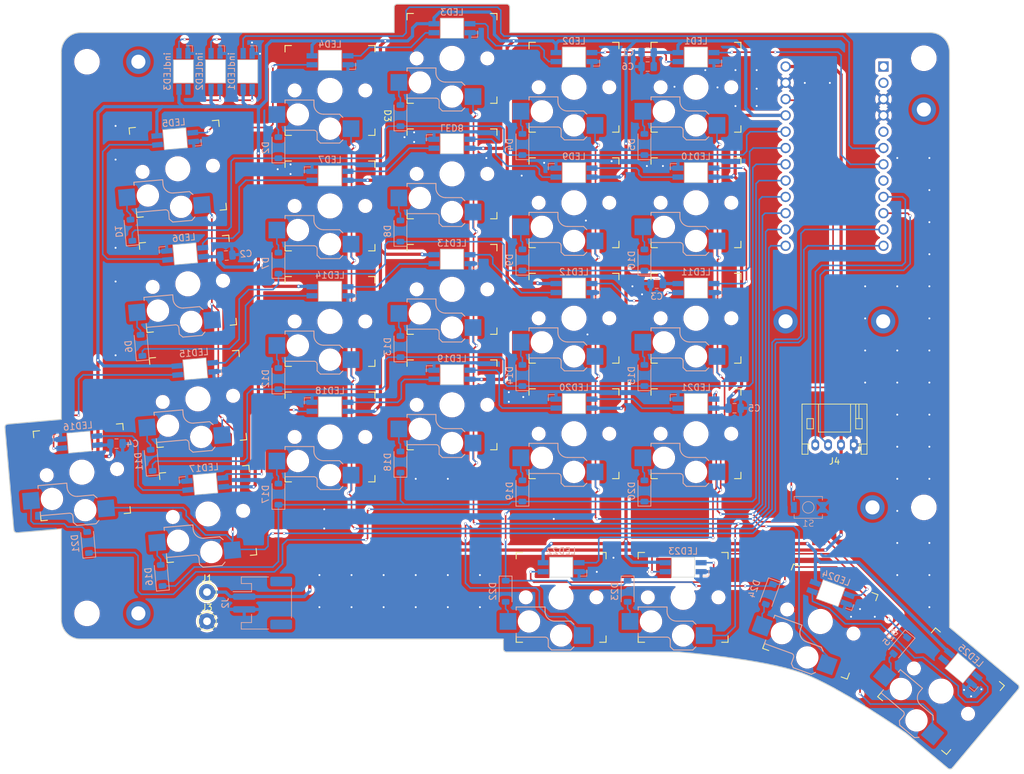
<source format=kicad_pcb>
(kicad_pcb (version 20240108) (generator "pcbnew") (generator_version "8.0")
  (layers (0 "F.Cu" signal) (31 "B.Cu" signal) (34 "B.Paste" user) (35 "F.Paste" user) (36 "B.SilkS" user "B.Silkscreen") (37 "F.SilkS" user "F.Silkscreen") (38 "B.Mask" user) (39 "F.Mask" user) (44 "Edge.Cuts" user))
  (net 0 "")
  (net 1 "+3V3")
  (net 2 "GND")
  (net 3 "Net-(D7-A)")
  (net 4 "Net-(D1-A)")
  (net 5 "Net-(D2-A)")
  (net 6 "Net-(D3-A)")
  (net 7 "Net-(D4-A)")
  (net 8 "Net-(D5-A)")
  (net 9 "Net-(D6-A)")
  (net 10 "Net-(D8-A)")
  (net 11 "Net-(D9-A)")
  (net 12 "Net-(D10-A)")
  (net 13 "Net-(D11-A)")
  (net 14 "Net-(D12-A)")
  (net 15 "Net-(D13-A)")
  (net 16 "Net-(D14-A)")
  (net 17 "Net-(D15-A)")
  (net 18 "Net-(D16-A)")
  (net 19 "Net-(D17-A)")
  (net 20 "Net-(D18-A)")
  (net 21 "Net-(D19-A)")
  (net 22 "Net-(D20-A)")
  (net 23 "Net-(D21-A)")
  (net 24 "Net-(D22-A)")
  (net 25 "Net-(D23-A)")
  (net 26 "Net-(D24-A)")
  (net 27 "Net-(D25-A)")
  (net 29 "/ledin_backlight")
  (net 33 "+BATT")
  (net 34 "Net-(U1-RESET)")
  (net 35 "Net-(LED1-DOUT)")
  (net 36 "Net-(LED2-DOUT)")
  (net 37 "Net-(LED3-DOUT)")
  (net 38 "Net-(LED4-DOUT)")
  (net 39 "/Backlight/ledout0")
  (net 40 "Net-(LED6-DOUT)")
  (net 41 "Net-(LED7-DOUT)")
  (net 42 "Net-(LED8-DOUT)")
  (net 43 "Net-(LED10-DIN)")
  (net 44 "/Backlight/ledout1")
  (net 45 "Net-(LED11-DOUT)")
  (net 46 "Net-(LED12-DOUT)")
  (net 47 "Net-(LED13-DOUT)")
  (net 48 "Net-(LED14-DOUT)")
  (net 49 "/Backlight/ledout2")
  (net 50 "Net-(LED16-DOUT)")
  (net 51 "Net-(LED17-DOUT)")
  (net 52 "Net-(LED18-DOUT)")
  (net 53 "Net-(LED19-DOUT)")
  (net 54 "/Backlight/ledout3")
  (net 55 "Net-(LED21-DOUT)")
  (net 56 "Net-(LED22-DOUT)")
  (net 57 "Net-(LED23-DOUT)")
  (net 58 "Net-(LED24-DOUT)")
  (net 60 "/ledin_indicators")
  (net 61 "Net-(indLED1-DOUT)")
  (net 62 "Net-(indLED2-DOUT)")
  (net 64 "/SCK")
  (net 67 "/SDA")
  (net 68 "/keyscan_row0")
  (net 69 "/keyscan_row1")
  (net 70 "/keyscan_row2")
  (net 71 "/keyscan_row3")
  (net 72 "/keyscan_row4")
  (net 73 "/keyscan_column0")
  (net 74 "/keyscan_column1")
  (net 75 "/keyscan_column2")
  (net 76 "/keyscan_column3")
  (net 77 "/keyscan_column4")
  (footprint "Stellarlib:Kailh_socket_PG1350" (layer "F.Cu") (at 157.048634 64.29784 180)
    (property "Reference" "SW9")
    (property "Value" "SW_Push_45deg")
  )
  (footprint "MountingHole:MountingHole_3.5mm" (layer "F.Cu") (at 81.2031 42.3236)
    (property "Reference" "H5" (hide yes))
    (property "Value" "MountingHole_2.22mm_M2")
  )
  (footprint "MountingHole:MountingHole_3.5mm" (layer "F.Cu") (at 211.5418 41.7749)
    (property "Reference" "H6" (hide yes))
    (property "Value" "MountingHole_2.22mm_M2")
  )
  (footprint "Stellarlib:Kailh_socket_PG1350" (layer "F.Cu") (at 119.048634 100.79784 180)
    (property "Reference" "SW17")
    (property "Value" "SW_Push_45deg")
  )
  (footprint "Stellarlib:Kailh_socket_PG1350" (layer "F.Cu") (at 119.048634 82.79784 180)
    (property "Reference" "SW12")
    (property "Value" "SW_Push_45deg")
  )
  (footprint "Stellarlib:Kailh_socket_PG1350" (layer "F.Cu") (at 157.048634 100.29784 180)
    (property "Reference" "SW19")
    (property "Value" "SW_Push_45deg")
  )
  (footprint "Connector_JST:JST_PH_S4B-PH-K_1x04_P2.00mm_Horizontal" (layer "F.Cu") (at 200.63 102.034193 180)
    (property "Reference" "J4")
    (property "Value" "OLED")
  )
  (footprint "Stellarlib:Kailh_socket_PG1350" (layer "F.Cu") (at 176.048634 82.29784 180)
    (property "Reference" "SW15")
    (property "Value" "SW_Push_45deg")
  )
  (footprint "TestPoint:TestPoint_THTPad_D2.5mm_Drill1.2mm" (layer "F.Cu") (at 99.892802 129.527605)
    (property "Reference" "J3")
    (property "Value" "Battery-")
  )
  (footprint "Stellarlib:Kailh_socket_PG1350" (layer "F.Cu") (at 80.406258 106.285002 -175)
    (property "Reference" "SW21")
    (property "Value" "SW_Push_45deg")
  )
  (footprint "MountingHole:MountingHole_3.5mm" (layer "F.Cu") (at 81.2031 128.2936)
    (property "Reference" "H7" (hide yes))
    (property "Value" "MountingHole_2.22mm_M2")
  )
  (footprint "MountingHole:MountingHole_3.5mm" (layer "F.Cu") (at 211.5418 111.7749)
    (property "Reference" "H8" (hide yes))
    (property "Value" "MountingHole_2.22mm_M2")
  )
  (footprint "Stellarlib:Kailh_socket_PG1350" (layer "F.Cu") (at 176.048634 100.29784 180)
    (property "Reference" "SW20")
    (property "Value" "SW_Push_45deg")
  )
  (footprint "Stellarlib:Kailh_socket_PG1350" (layer "F.Cu") (at 119.048634 46.79784 180)
    (property "Reference" "SW2")
    (property "Value" "SW_Push_45deg")
  )
  (footprint "Stellarlib:Kailh_socket_PG1350" (layer "F.Cu") (at 176.048634 46.29784 180)
    (property "Reference" "SW5")
    (property "Value" "SW_Push_45deg")
  )
  (footprint "Stellarlib:Kailh_socket_PG1350" (layer "F.Cu") (at 95.342225 59.003325 -175)
    (property "Reference" "SW1")
    (property "Value" "SW_Push_45deg")
  )
  (footprint "Stellarlib:Kailh_socket_PG1350" (layer "F.Cu") (at 138.048634 41.79784 180)
    (property "Reference" "SW3")
    (property "Value" "SW_Push_45deg")
  )
  (footprint "Stellarlib:Kailh_socket_PG1350" (layer "F.Cu") (at 214.211713 140.416005 140)
    (property "Reference" "SW25")
    (property "Value" "SW_Push_45deg")
  )
  (footprint "Stellarlib:Kailh_socket_PG1350" (layer "F.Cu") (at 119.048634 64.79784 180)
    (property "Reference" "SW7")
    (property "Value" "SW_Push_45deg")
  )
  (footprint "Stellarlib:Kailh_socket_PG1350" (layer "F.Cu") (at 157.048634 46.29784 180)
    (property "Reference" "SW4")
    (property "Value" "SW_Push_45deg")
  )
  (footprint "TestPoint:TestPoint_THTPad_D2.5mm_Drill1.2mm" (layer "F.Cu") (at 99.892802 124.977605)
    (property "Reference" "J1")
    (property "Value" "Battery+")
  )
  (footprint "Stellarlib:Kailh_socket_PG1350" (layer "F.Cu") (at 155.048634 125.79784 180)
    (property "Reference" "SW22")
    (property "Value" "SW_Push_45deg")
  )
  (footprint "Stellarlib:Kailh_socket_PG1350" (layer "F.Cu") (at 174.048634 125.79784 180)
    (property "Reference" "SW23")
    (property "Value" "SW_Push_45deg")
  )
  (footprint "Stellarlib:Kailh_socket_PG1350" (layer "F.Cu") (at 96.911028 76.93483 -175)
    (property "Reference" "SW6")
    (property "Value" "SW_Push_45deg")
  )
  (footprint "Stellarlib:Kailh_socket_PG1350" (layer "F.Cu") (at 195.418962 129.566005 160)
    (property "Reference" "SW24")
    (property "Value" "SW_Push_45deg")
  )
  (footprint "Stellarlib:Kailh_socket_PG1350" (layer "F.Cu") (at 138.048634 77.79784 180)
    (property "Reference" "SW13")
    (property "Value" "SW_Push_45deg")
  )
  (footprint "Stellarlib:Kailh_socket_PG1350" (layer "F.Cu") (at 98.479831 94.866335 -175)
    (property "Reference" "SW11")
    (property "Value" "SW_Push_45deg")
  )
  (footprint "Stellarlib:Kailh_socket_PG1350" (layer "F.Cu") (at 157.048634 82.29784 180)
    (property "Reference" "SW14")
    (property "Value" "SW_Push_45deg")
  )
  (footprint "Stellarlib:Kailh_socket_PG1350" (layer "F.Cu") (at 100.048634 112.79784 -175)
    (property "Reference" "SW16")
    (property "Value" "SW_Push_45deg")
  )
  (footprint "Stellarlib:Kailh_socket_PG1350" (layer "F.Cu") (at 176.048634 64.29784 180)
    (property "Reference" "SW10")
    (property "Value" "SW_Push_45deg")
  )
  (footprint "Stellarlib:Kailh_socket_PG1350" (layer "F.Cu") (at 138.048634 95.79784 180)
    (property "Reference" "SW18")
    (property "Value" "SW_Push_45deg")
  )
  (footprint "Stellarlib:Kailh_socket_PG1350" (layer "F.Cu") (at 138.048634 59.79784 180)
    (property "Reference" "SW8")
    (property "Value" "SW_Push_45deg")
  )
  (footprint "MountingHole:MountingHole_2.2mm_M2_DIN965_Pad_TopOnly" (layer "B.Cu") (at 190.0031 82.775693 180)
    (property "Reference" "H9" (hide yes))
    (property "Value" "MountingHole_2.22mm_M2")
  )
  (footprint "Diode_SMD:D_SOD-123" (layer "B.Cu") (at 130.019067 68.715578 90)
    (property "Reference" "D8")
    (property "Value" "1N4148W")
  )
  (footprint "Stellarlib:YS-SK6812MINI-E" (layer "B.Cu") (at 174.048634 121.09784 180)
    (property "Reference" "LED23")
    (property "Value" "YS-SK6812MINI-E" (hide yes))
    (fp_line (start 1.8 1.55) (end 1.8 -1.55) (stroke (width 0.1)) (layer "Edge.Cuts"))
    (fp_line (start 1.8 -1.55) (end -1.8 -1.55) (stroke (width 0.1)) (layer "Edge.Cuts"))
    (fp_line (start -1.8 1.55) (end 1.8 1.55) (stroke (width 0.1)) (layer "Edge.Cuts"))
    (fp_line (start -1.8 -1.55) (end -1.8 1.55) (stroke (width 0.1)) (layer "Edge.Cuts"))
  )
  (footprint "Stellarlib:YS-SK6812MINI-E" (layer "B.Cu") (at 79.996626 101.602887 5)
    (property "Reference" "LED16")
    (property "Value" "YS-SK6812MINI-E" (hide yes))
    (fp_line (start -1.8 -1.55) (end -1.8 1.55) (stroke (width 0.1)) (layer "Edge.Cuts"))
    (fp_line (start -1.8 1.55) (end 1.8 1.55) (stroke (width 0.1)) (layer "Edge.Cuts"))
    (fp_line (start 1.8 -1.55) (end -1.8 -1.55) (stroke (width 0.1)) (layer "Edge.Cuts"))
    (fp_line (start 1.8 1.55) (end 1.8 -1.55) (stroke (width 0.1)) (layer "Edge.Cuts"))
  )
  (footprint "Stellarlib:YS-SK6812MINI-E" (layer "B.Cu") (at 176.048634 95.59784)
    (property "Reference" "LED21")
    (property "Value" "YS-SK6812MINI-E" (hide yes))
    (fp_line (start -1.8 -1.55) (end -1.8 1.55) (stroke (width 0.1)) (layer "Edge.Cuts"))
    (fp_line (start -1.8 1.55) (end 1.8 1.55) (stroke (width 0.1)) (layer "Edge.Cuts"))
    (fp_line (start 1.8 -1.55) (end -1.8 -1.55) (stroke (width 0.1)) (layer "Edge.Cuts"))
    (fp_line (start 1.8 1.55) (end 1.8 -1.55) (stroke (width 0.1)) (layer "Edge.Cuts"))
  )
  (footprint "Stellarlib:YS-SK6812MINI-E" (layer "B.Cu") (at 119.048634 60.09784)
    (property "Reference" "LED7")
    (property "Value" "YS-SK6812MINI-E" (hide yes))
    (fp_line (start -1.8 -1.55) (end -1.8 1.55) (stroke (width 0.1)) (layer "Edge.Cuts"))
    (fp_line (start -1.8 1.55) (end 1.8 1.55) (stroke (width 0.1)) (layer "Edge.Cuts"))
    (fp_line (start 1.8 -1.55) (end -1.8 -1.55) (stroke (width 0.1)) (layer "Edge.Cuts"))
    (fp_line (start 1.8 1.55) (end 1.8 -1.55) (stroke (width 0.1)) (layer "Edge.Cuts"))
  )
  (footprint "Stellarlib:YS-SK6812MINI-E" (layer "B.Cu") (at 138.048634 73.09784 180)
    (property "Reference" "LED13")
    (property "Value" "YS-SK6812MINI-E" (hide yes))
    (fp_line (start 1.8 1.55) (end 1.8 -1.55) (stroke (width 0.1)) (layer "Edge.Cuts"))
    (fp_line (start 1.8 -1.55) (end -1.8 -1.55) (stroke (width 0.1)) (layer "Edge.Cuts"))
    (fp_line (start -1.8 1.55) (end 1.8 1.55) (stroke (width 0.1)) (layer "Edge.Cuts"))
    (fp_line (start -1.8 -1.55) (end -1.8 1.55) (stroke (width 0.1)) (layer "Edge.Cuts"))
  )
  (footprint "MountingHole:MountingHole_2.2mm_M2_DIN965_Pad_TopOnly" (layer "B.Cu") (at 89.2031 128.2936 180)
    (property "Reference" "H3" (hide yes))
    (property "Value" "MountingHole_2.22mm_M2")
  )
  (footprint "Stellarlib:YS-SK6812MINI-E" (layer "B.Cu") (at 138.048634 37.09784 180)
    (property "Reference" "LED3")
    (property "Value" "YS-SK6812MINI-E" (hide yes))
    (fp_line (start 1.8 1.55) (end 1.8 -1.55) (stroke (width 0.1)) (layer "Edge.Cuts"))
    (fp_line (start 1.8 -1.55) (end -1.8 -1.55) (stroke (width 0.1)) (layer "Edge.Cuts"))
    (fp_line (start -1.8 1.55) (end 1.8 1.55) (stroke (width 0.1)) (layer "Edge.Cuts"))
    (fp_line (start -1.8 -1.55) (end -1.8 1.55) (stroke (width 0.1)) (layer "Edge.Cuts"))
  )
  (footprint "Diode_SMD:D_SOD-123" (layer "B.Cu") (at 149.019067 109.215578 90)
    (property "Reference" "D19")
    (property "Value" "1N4148W")
  )
  (footprint "Stellarlib:YS-SK6812MINI-E" (layer "B.Cu") (at 157.048634 95.59784)
    (property "Reference" "LED20")
    (property "Value" "YS-SK6812MINI-E" (hide yes))
    (fp_line (start -1.8 -1.55) (end -1.8 1.55) (stroke (width 0.1)) (layer "Edge.Cuts"))
    (fp_line (start -1.8 1.55) (end 1.8 1.55) (stroke (width 0.1)) (layer "Edge.Cuts"))
    (fp_line (start 1.8 -1.55) (end -1.8 -1.55) (stroke (width 0.1)) (layer "Edge.Cuts"))
    (fp_line (start 1.8 1.55) (end 1.8 -1.55) (stroke (width 0.1)) (layer "Edge.Cuts"))
  )
  (footprint "Capacitor_SMD:C_0805_2012Metric" (layer "B.Cu") (at 169.9331 76.8936 180)
    (property "Reference" "C3")
    (property "Value" "100nF")
  )
  (footprint "Diode_SMD:D_SOD-123" (layer "B.Cu") (at 130.019067 50.715578 90)
    (property "Reference" "D3")
    (property "Value" "1N4148W")
  )
  (footprint "Stellarlib:YS-SK6812MINI-E" (layer "B.Cu") (at 96.501396 72.252715 5)
    (property "Reference" "LED6")
    (property "Value" "YS-SK6812MINI-E" (hide yes))
    (fp_line (start -1.8 -1.55) (end -1.8 1.55) (stroke (width 0.1)) (layer "Edge.Cuts"))
    (fp_line (start -1.8 1.55) (end 1.8 1.55) (stroke (width 0.1)) (layer "Edge.Cuts"))
    (fp_line (start 1.8 -1.55) (end -1.8 -1.55) (stroke (width 0.1)) (layer "Edge.Cuts"))
    (fp_line (start 1.8 1.55) (end 1.8 -1.55) (stroke (width 0.1)) (layer "Edge.Cuts"))
  )
  (footprint "Stellarlib:YS-SK6812MINI-E" (layer "B.Cu") (at 96.223123 43.823603 -90)
    (property "Reference" "indLED3")
    (property "Value" "YS-SK6812MINI-E" (hide yes))
    (fp_line (start -1.8 1.55) (end 1.8 1.55) (stroke (width 0.1)) (layer "Edge.Cuts"))
    (fp_line (start 1.8 1.55) (end 1.8 -1.55) (stroke (width 0.1)) (layer "Edge.Cuts"))
    (fp_line (start -1.8 -1.55) (end -1.8 1.55) (stroke (width 0.1)) (layer "Edge.Cuts"))
    (fp_line (start 1.8 -1.55) (end -1.8 -1.55) (stroke (width 0.1)) (layer "Edge.Cuts"))
  )
  (footprint "Stellarlib:ProMicro-NoSilk" (layer "B.Cu") (at 197.63 57.034193 -90)
    (property "Reference" "U1" (hide yes))
    (property "Value" "Pro Micro NRF52840")
  )
  (footprint "Diode_SMD:D_SOD-123" (layer "B.Cu") (at 146.402802 124.847605 -90)
    (property "Reference" "D22")
    (property "Value" "1N4148W")
  )
  (footprint "Stellarlib:YS-SK6812MINI-E" (layer "B.Cu") (at 119.048634 96.09784)
    (property "Reference" "LED18")
    (property "Value" "YS-SK6812MINI-E" (hide yes))
    (fp_line (start -1.8 -1.55) (end -1.8 1.55) (stroke (width 0.1)) (layer "Edge.Cuts"))
    (fp_line (start -1.8 1.55) (end 1.8 1.55) (stroke (width 0.1)) (layer "Edge.Cuts"))
    (fp_line (start 1.8 -1.55) (end -1.8 -1.55) (stroke (width 0.1)) (layer "Edge.Cuts"))
    (fp_line (start 1.8 1.55) (end 1.8 -1.55) (stroke (width 0.1)) (layer "Edge.Cuts"))
  )
  (footprint "Diode_SMD:D_SOD-123" (layer "B.Cu") (at 91.258051 104.449961 95)
    (property "Reference" "D11")
    (property "Value" "1N4148W")
  )
  (footprint "Diode_SMD:D_SOD-123" (layer "B.Cu") (at 111.019067 55.715578 90)
    (property "Reference" "D2")
    (property "Value" "1N4148W")
  )
  (footprint "Stellarlib:YS-SK6812MINI-E" (layer "B.Cu") (at 94.932593 54.32121 -175)
    (property "Reference" "LED5")
    (property "Value" "YS-SK6812MINI-E" (hide yes))
    (fp_line (start 1.8 1.55) (end 1.8 -1.55) (stroke (width 0.1)) (layer "Edge.Cuts"))
    (fp_line (start 1.8 -1.55) (end -1.8 -1.55) (stroke (width 0.1)) (layer "Edge.Cuts"))
    (fp_line (start -1.8 1.55) (end 1.8 1.55) (stroke (width 0.1)) (layer "Edge.Cuts"))
    (fp_line (start -1.8 -1.55) (end -1.8 1.55) (stroke (width 0.1)) (layer "Edge.Cuts"))
  )
  (footprint "Stellarlib:YS-SK6812MINI-E" (layer "B.Cu") (at 138.048634 91.09784)
    (property "Reference" "LED19")
    (property "Value" "YS-SK6812MINI-E" (hide yes))
    (fp_line (start -1.8 -1.55) (end -1.8 1.55) (stroke (width 0.1)) (layer "Edge.Cuts"))
    (fp_line (start -1.8 1.55) (end 1.8 1.55) (stroke (width 0.1)) (layer "Edge.Cuts"))
    (fp_line (start 1.8 -1.55) (end -1.8 -1.55) (stroke (width 0.1)) (layer "Edge.Cuts"))
    (fp_line (start 1.8 1.55) (end 1.8 -1.55) (stroke (width 0.1)) (layer "Edge.Cuts"))
  )
  (footprint "Diode_SMD:D_SOD-123" (layer "B.Cu") (at 92.826854 122.381466 95)
    (property "Reference" "D16")
    (property "Value" "1N4148W")
  )
  (footprint "Diode_SMD:D_SOD-123" (layer "B.Cu") (at 111.019067 91.715578 90)
    (property "Reference" "D12")
    (property "Value" "1N4148W")
  )
  (footprint "MountingHole:MountingHole_2.2mm_M2_DIN965_Pad_TopOnly" (layer "B.Cu") (at 205.2031 82.775693 180)
    (property "Reference" "H10" (hide yes))
    (property "Value" "MountingHole_2.22mm_M2")
  )
  (footprint "Stellarlib:YS-SK6812MINI-E" (layer "B.Cu") (at 176.048634 59.59784)
    (property "Reference" "LED10")
    (property "Value" "YS-SK6812MINI-E" (hide yes))
    (fp_line (start -1.8 -1.55) (end -1.8 1.55) (stroke (width 0.1)) (layer "Edge.Cuts"))
    (fp_line (start -1.8 1.55) (end 1.8 1.55) (stroke (width 0.1)) (layer "Edge.Cuts"))
    (fp_line (start 1.8 -1.55) (end -1.8 -1.55) (stroke (width 0.1)) (layer "Edge.Cuts"))
    (fp_line (start 1.8 1.55) (end 1.8 -1.55) (stroke (width 0.1)) (layer "Edge.Cuts"))
  )
  (footprint "Stellarlib:YS-SK6812MINI-E" (layer "B.Cu") (at 197.026457 125.14945 160)
    (property "Reference" "LED24")
    (property "Value" "YS-SK6812MINI-E" (hide yes))
    (fp_line (start 1.8 -1.55) (end -1.8 -1.55) (stroke (width 0.1)) (layer "Edge.Cuts"))
    (fp_line (start 1.8 1.55) (end 1.8 -1.55) (stroke (width 0.1)) (layer "Edge.Cuts"))
    (fp_line (start -1.8 -1.55) (end -1.8 1.55) (stroke (width 0.1)) (layer "Edge.Cuts"))
    (fp_line (start -1.8 1.55) (end 1.8 1.55) (stroke (width 0.1)) (layer "Edge.Cuts"))
  )
  (footprint "Stellarlib:YS-SK6812MINI-E" (layer "B.Cu") (at 119.048634 42.09784 180)
    (property "Reference" "LED4")
    (property "Value" "YS-SK6812MINI-E" (hide yes))
    (fp_line (start 1.8 1.55) (end 1.8 -1.55) (stroke (width 0.1)) (layer "Edge.Cuts"))
    (fp_line (start 1.8 -1.55) (end -1.8 -1.55) (stroke (width 0.1)) (layer "Edge.Cuts"))
    (fp_line (start -1.8 1.55) (end 1.8 1.55) (stroke (width 0.1)) (layer "Edge.Cuts"))
    (fp_line (start -1.8 -1.55) (end -1.8 1.55) (stroke (width 0.1)) (layer "Edge.Cuts"))
  )
  (footprint "Stellarlib:YS-SK6812MINI-E" (layer "B.Cu") (at 176.048634 77.59784 180)
    (property "Reference" "LED11")
    (property "Value" "YS-SK6812MINI-E" (hide yes))
    (fp_line (start 1.8 1.55) (end 1.8 -1.55) (stroke (width 0.1)) (layer "Edge.Cuts"))
    (fp_line (start 1.8 -1.55) (end -1.8 -1.55) (stroke (width 0.1)) (layer "Edge.Cuts"))
    (fp_line (start -1.8 1.55) (end 1.8 1.55) (stroke (width 0.1)) (layer "Edge.Cuts"))
    (fp_line (start -1.8 -1.55) (end -1.8 1.55) (stroke (width 0.1)) (layer "Edge.Cuts"))
  )
  (footprint "Connector_JST:JST_PH_S2B-PH-SM4-TB_1x02-1MP_P2.00mm_Horizontal" (layer "B.Cu") (at 108.542802 126.677605 -90)
    (property "Reference" "J2")
    (property "Value" "Battery")
  )
  (footprint "Diode_SMD:D_SOD-123" (layer "B.Cu") (at 168.019067 91.215578 90)
    (property "Reference" "D15")
    (property "Value" "1N4148W")
  )
  (footprint "Diode_SMD:D_SOD-123" (layer "B.Cu") (at 89.689248 86.518456 95)
    (property "Reference" "D6")
    (property "Value" "1N4148W")
  )
  (footprint "Capacitor_SMD:C_0805_2012Metric" (layer "B.Cu") (at 102.9031 72.5236 5)
    (property "Reference" "C2")
    (property "Value" "100nF")
  )
  (footprint "Diode_SMD:D_SOD-123" (layer "B.Cu") (at 88.120445 68.586951 95)
    (property "Reference" "D1")
    (property "Value" "1N4148W")
  )
  (footprint "MountingHole:MountingHole_2.2mm_M2_DIN965_Pad_TopOnly" (layer "B.Cu") (at 203.5418 111.7749 180)
    (property "Reference" "H4" (hide yes))
    (property "Value" "MountingHole_2.22mm_M2")
  )
  (footprint "Stellarlib:YS-SK6812MINI-E" (layer "B.Cu") (at 98.070199 90.18422 -175)
    (property "Reference" "LED15")
    (property "Value" "YS-SK6812MINI-E" (hide yes))
    (fp_line (start 1.8 1.55) (end 1.8 -1.55) (stroke (width 0.1)) (layer "Edge.Cuts"))
    (fp_line (start 1.8 -1.55) (end -1.8 -1.55) (stroke (width 0.1)) (layer "Edge.Cuts"))
    (fp_line (start -1.8 1.55) (end 1.8 1.55) (stroke (width 0.1)) (layer "Edge.Cuts"))
    (fp_line (start -1.8 -1.55) (end -1.8 1.55) (stroke (width 0.1)) (layer "Edge.Cuts"))
  )
  (footprint "Stellarlib:YS-SK6812MINI-E" (layer "B.Cu") (at 157.048634 41.59784 180)
    (property "Reference" "LED2")
    (property "Value" "YS-SK6812MINI-E" (hide yes))
    (fp_line (start 1.8 1.55) (end 1.8 -1.55) (stroke (width 0.1)) (layer "Edge.Cuts"))
    (fp_line (start 1.8 -1.55) (end -1.8 -1.55) (stroke (width 0.1)) (layer "Edge.Cuts"))
    (fp_line (start -1.8 1.55) (end 1.8 1.55) (stroke (width 0.1)) (layer "Edge.Cuts"))
    (fp_line (start -1.8 -1.55) (end -1.8 1.55) (stroke (width 0.1)) (layer "Edge.Cuts"))
  )
  (footprint "Diode_SMD:D_SOD-123" (layer "B.Cu") (at 130.019067 104.715578 90)
    (property "Reference" "D18")
    (property "Value" "1N4148W")
  )
  (footprint "Capacitor_SMD:C_0805_2012Metric" (layer "B.Cu") (at 168.522802 43.0736 180)
    (property "Reference" "C6")
    (property "Value" "4.7μF")
  )
  (footprint "Diode_SMD:D_SOD-123" (layer "B.Cu") (at 149.019067 91.215578 90)
    (property "Reference" "D14")
    (property "Value" "1N4148W")
  )
  (footprint "Stellarlib:YS-SK6812MINI-E" (layer "B.Cu") (at 155.048634 121.09784 180)
    (property "Reference" "LED22")
    (property "Value" "YS-SK6812MINI-E" (hide yes))
    (fp_line (start 1.8 1.55) (end 1.8 -1.55) (stroke (width 0.1)) (layer "Edge.Cuts"))
    (fp_line (start 1.8 -1.55) (end -1.8 -1.55) (stroke (width 0.1)) (layer "Edge.Cuts"))
    (fp_line (start -1.8 1.55) (end 1.8 1.55) (stroke (width 0.1)) (layer "Edge.Cuts"))
    (fp_line (start -1.8 -1.55) (end -1.8 1.55) (stroke (width 0.1)) (layer "Edge.Cuts"))
  )
  (footprint "Diode_SMD:D_SOD-123" (layer "B.Cu") (at 168.019067 109.215578 90)
    (property "Reference" "D20")
    (property "Value" "1N4148W")
  )
  (footprint "Diode_SMD:D_SOD-123" (layer "B.Cu") (at 111.019067 109.715578 90)
    (property "Reference" "D17")
    (property "Value" "1N4148W")
  )
  (footprint "Stellarlib:microswitch_3x4x2mm" (layer "B.Cu") (at 193.5418 111.7749 180)
    (property "Reference" "S1")
    (property "Value" "SW_Push")
  )
  (footprint "Stellarlib:YS-SK6812MINI-E" (layer "B.Cu") (at 176.048634 41.59784 180)
    (property "Reference" "LED1")
    (property "Value" "YS-SK6812MINI-E" (hide yes))
    (fp_line (start 1.8 1.55) (end 1.8 -1.55) (stroke (width 0.1)) (layer "Edge.Cuts"))
    (fp_line (start 1.8 -1.55) (end -1.8 -1.55) (stroke (width 0.1)) (layer "Edge.Cuts"))
    (fp_line (start -1.8 1.55) (end 1.8 1.55) (stroke (width 0.1)) (layer "Edge.Cuts"))
    (fp_line (start -1.8 -1.55) (end -1.8 1.55) (stroke (width 0.1)) (layer "Edge.Cuts"))
  )
  (footprint "Stellarlib:YS-SK6812MINI-E" (layer "B.Cu") (at 217.232815 136.815596 140)
    (property "Reference" "LED25")
    (property "Value" "YS-SK6812MINI-E" (hide yes))
    (fp_line (start 1.8 -1.55) (end -1.8 -1.55) (stroke (width 0.1)) (layer "Edge.Cuts"))
    (fp_line (start 1.8 1.55) (end 1.8 -1.55) (stroke (width 0.1)) (layer "Edge.Cuts"))
    (fp_line (start -1.8 -1.55) (end -1.8 1.55) (stroke (width 0.1)) (layer "Edge.Cuts"))
    (fp_line (start -1.8 1.55) (end 1.8 1.55) (stroke (width 0.1)) (layer "Edge.Cuts"))
  )
  (footprint "Stellarlib:YS-SK6812MINI-E" (layer "B.Cu") (at 101.223123 43.823603 -90)
    (property "Reference" "indLED2")
    (property "Value" "YS-SK6812MINI-E" (hide yes))
    (fp_line (start -1.8 1.55) (end 1.8 1.55) (stroke (width 0.1)) (layer "Edge.Cuts"))
    (fp_line (start 1.8 1.55) (end 1.8 -1.55) (stroke (width 0.1)) (layer "Edge.Cuts"))
    (fp_line (start -1.8 -1.55) (end -1.8 1.55) (stroke (width 0.1)) (layer "Edge.Cuts"))
    (fp_line (start 1.8 -1.55) (end -1.8 -1.55) (stroke (width 0.1)) (layer "Edge.Cuts"))
  )
  (footprint "Diode_SMD:D_SOD-123" (layer "B.Cu") (at 187.482802 125.317605 -110)
    (property "Reference" "D24")
    (property "Value" "1N4148W")
  )
  (footprint "Capacitor_SMD:C_0805_2012Metric" (layer "B.Cu") (at 168.522802 40.8736 180)
    (property "Reference" "C1")
    (property "Value" "100nF")
  )
  (footprint "Stellarlib:YS-SK6812MINI-E" (layer "B.Cu") (at 157.048634 59.59784)
    (property "Reference" "LED9")
    (property "Value" "YS-SK6812MINI-E" (hide yes))
    (fp_line (start -1.8 -1.55) (end -1.8 1.55) (stroke (width 0.1)) (layer "Edge.Cuts"))
    (fp_line (start -1.8 1.55) (end 1.8 1.55) (stroke (width 0.1)) (layer "Edge.Cuts"))
    (fp_line (start 1.8 -1.55) (end -1.8 -1.55) (stroke (width 0.1)) (layer "Edge.Cuts"))
    (fp_line (start 1.8 1.55) (end 1.8 -1.55) (stroke (width 0.1)) (layer "Edge.Cuts"))
  )
  (footprint "Diode_SMD:D_SOD-123" (layer "B.Cu") (at 207.882202 133.321578 -130)
    (property "Reference" "D25")
    (property "Value" "1N4148W")
  )
  (footprint "Diode_SMD:D_SOD-123" (layer "B.Cu") (at 130.019067 86.715578 90)
    (property "Reference" "D13")
    (property "Value" "1N4148W")
  )
  (footprint "Diode_SMD:D_SOD-123" (layer "B.Cu") (at 149.019067 55.215578 90)
    (property "Reference" "D4")
    (property "Value" "1N4148W")
  )
  (footprint "Diode_SMD:D_SOD-123" (layer "B.Cu") (at 111.019067 73.715578 90)
    (property "Reference" "D7")
    (property "Value" "1N4148W")
  )
  (footprint "Stellarlib:YS-SK6812MINI-E" (layer "B.Cu") (at 157.048634 77.59784 180)
    (property "Reference" "LED12")
    (property "Value" "YS-SK6812MINI-E" (hide yes))
    (fp_line (start 1.8 1.55) (end 1.8 -1.55) (stroke (width 0.1)) (layer "Edge.Cuts"))
    (fp_line (start 1.8 -1.55) (end -1.8 -1.55) (stroke (width 0.1)) (layer "Edge.Cuts"))
    (fp_line (start -1.8 1.55) (end 1.8 1.55) (stroke (width 0.1)) (layer "Edge.Cuts"))
    (fp_line (start -1.8 -1.55) (end -1.8 1.55) (stroke (width 0.1)) (layer "Edge.Cuts"))
  )
  (footprint "Diode_SMD:D_SOD-123" (layer "B.Cu") (at 149.019067 73.215578 90)
    (property "Reference" "D9")
    (property "Value" "1N4148W")
  )
  (footprint "MountingHole:MountingHole_2.2mm_M2_DIN965_Pad_TopOnly" (layer "B.Cu") (at 211.5418 49.7749 180)
    (property "Reference" "H2" (hide yes))
    (property "Value" "MountingHole_2.22mm_M2")
  )
  (footprint "Capacitor_SMD:C_0805_2012Metric" (layer "B.Cu") (at 85.8031 101.840802)
    (property "Reference" "C4")
    (property "Value" "100nF")
  )
  (footprint "Stellarlib:YS-SK6812MINI-E" (layer "B.Cu") (at 119.048634 78.09784 180)
    (property "Reference" "LED14")
    (property "Value" "YS-SK6812MINI-E" (hide yes))
    (fp_line (start 1.8 1.55) (end 1.8 -1.55) (stroke (width 0.1)) (layer "Edge.Cuts"))
    (fp_line (start 1.8 -1.55) (end -1.8 -1.55) (stroke (width 0.1)) (layer "Edge.Cuts"))
    (fp_line (start -1.8 1.55) (end 1.8 1.55) (stroke (width 0.1)) (layer "Edge.Cuts"))
    (fp_line (start -1.8 -1.55) (end -1.8 1.55) (stroke (width 0.1)) (layer "Edge.Cuts"))
  )
  (footprint "Stellarlib:YS-SK6812MINI-E" (layer "B.Cu") (at 106.223123 43.823603 -90)
    (property "Reference" "indLED1")
    (property "Value" "YS-SK6812MINI-E" (hide yes))
    (fp_line (start -1.8 1.55) (end 1.8 1.55) (stroke (width 0.1)) (layer "Edge.Cuts"))
    (fp_line (start 1.8 1.55) (end 1.8 -1.55) (stroke (width 0.1)) (layer "Edge.Cuts"))
    (fp_line (start -1.8 -1.55) (end -1.8 1.55) (stroke (width 0.1)) (layer "Edge.Cuts"))
    (fp_line (start 1.8 -1.55) (end -1.8 -1.55) (stroke (width 0.1)) (layer "Edge.Cuts"))
  )
  (footprint "Diode_SMD:D_SOD-123" (layer "B.Cu") (at 168.019067 73.215578 90)
    (property "Reference" "D10")
    (property "Value" "1N4148W")
  )
  (footprint "Stellarlib:YS-SK6812MINI-E" (layer "B.Cu") (at 99.639002 108.115725 5)
    (property "Reference" "LED17")
    (property "Value" "YS-SK6812MINI-E" (hide yes))
    (fp_line (start -1.8 -1.55) (end -1.8 1.55) (stroke (width 0.1)) (layer "Edge.Cuts"))
    (fp_line (start -1.8 1.55) (end 1.8 1.55) (stroke (width 0.1)) (layer "Edge.Cuts"))
    (fp_line (start 1.8 -1.55) (end -1.8 -1.55) (stroke (width 0.1)) (layer "Edge.Cuts"))
    (fp_line (start 1.8 1.55) (end 1.8 -1.55) (stroke (width 0.1)) (layer "Edge.Cuts"))
  )
  (footprint "MountingHole:MountingHole_2.2mm_M2_DIN965_Pad_TopOnly" (layer "B.Cu") (at 89.2031 42.3236 180)
    (property "Reference" "H1" (hide yes))
    (property "Value" "MountingHole_2.22mm_M2")
  )
  (footprint "Diode_SMD:D_SOD-123" (layer "B.Cu") (at 165.404778 124.847605 -90)
    (property "Reference" "D23")
    (property "Value" "1N4148W")
  )
  (footprint "Diode_SMD:D_SOD-123" (layer "B.Cu") (at 168.019067 55.215578 90)
    (property "Reference" "D5")
    (property "Value" "1N4148W")
  )
  (footprint "Diode_SMD:D_SOD-123" (layer "B.Cu") (at 81.364971 117.243144 95)
    (property "Reference" "D21")
    (property "Value" "1N4148W")
  )
  (footprint "Capacitor_SMD:C_0805_2012Metric" (layer "B.Cu") (at 182.0531 96.3236)
    (property "Reference" "C5")
    (property "Value" "100nF")
  )
  (footprint "Stellarlib:YS-SK6812MINI-E" (layer "B.Cu") (at 138.048634 55.09784)
    (property "Reference" "LED8")
    (property "Value" "YS-SK6812MINI-E" (hide yes))
    (fp_line (start -1.8 -1.55) (end -1.8 1.55) (stroke (width 0.1)) (layer "Edge.Cuts"))
    (fp_line (start -1.8 1.55) (end 1.8 1.55) (stroke (width 0.1)) (layer "Edge.Cuts"))
    (fp_line (start 1.8 -1.55) (end -1.8 -1.55) (stroke (width 0.1)) (layer "Edge.Cuts"))
    (fp_line (start 1.8 1.55) (end 1.8 -1.55) (stroke (width 0.1)) (layer "Edge.Cuts"))
  )
  (gr_line (start 177.887401 134.777382) (end 180.711005 135.131531) (stroke (width 0.149999) (color 28 253 0 1)) (layer "Edge.Cuts"))
  (gr_line (start 129.0431 33.8236) (end 129.0431 37.775693) (stroke (width 0.149999) (color 0 253 11 1)) (layer "Edge.Cuts"))
  (gr_line (start 147.048119 37.775693) (end 147.048119 33.789437) (stroke (width 0.149999) (color 0 253 11 1)) (layer "Edge.Cuts"))
  (gr_arc (start 216.003747 152.363444) (mid 215.683152 152.553935) (end 215.319898 152.469586) (stroke (width 0.15)) (layer "Edge.Cuts"))
  (gr_line (start 68.867349 98.78692) (end 77.204478 98.052917) (stroke (width 0.149999) (color 0 253 11 1)) (layer "Edge.Cuts"))
  (gr_line (start 194.896582 138.591716) (end 196.1924 139.232724) (stroke (width 0.149999) (color 28 253 0 1)) (layer "Edge.Cuts"))
  (gr_arc (start 68.411717 99.307799) (mid 68.528175 98.9636) (end 68.867349 98.78692) (stroke (width 0.15)) (layer "Edge.Cuts"))
  (gr_arc (start 77.204478 40.865824) (mid 78.050165 38.686474) (end 80.203123 37.775693) (stroke (width 0.15)) (layer "Edge.Cuts"))
  (gr_line (start 196.1924 139.232724) (end 197.528013 139.939559) (stroke (width 0.149999) (color 28 253 0 1)) (layer "Edge.Cuts"))
  (gr_line (start 180.711005 135.131531) (end 183.818714 135.58823) (stroke (width 0.149999) (color 28 253 0 1)) (layer "Edge.Cuts"))
  (gr_arc (start 146.5531 134.3236) (mid 146.199547 134.177153) (end 146.0531 133.8236) (stroke (width 0.15)) (layer "Edge.Cuts"))
  (gr_line (start 69.80422 115.271113) (end 68.411717 99.307799) (stroke (width 0.149999) (color 0 253 11 1)) (layer "Edge.Cuts"))
  (gr_line (start 77.203123 129.282646) (end 77.203123 115.125003) (stroke (width 0.149999) (color 0 253 11 1)) (layer "Edge.Cuts"))
  (gr_line (start 183.818714 135.58823) (end 185.406132 135.855228) (stroke (width 0.149999) (color 28 253 0 1)) (layer "Edge.Cuts"))
  (gr_line (start 146.0531 132.29643) (end 80.203123 132.29643) (stroke (width 0.149999) (color 0 253 11 1)) (layer "Edge.Cuts"))
  (gr_line (start 80.203123 132.29643) (end 80.203123 132.293596) (stroke (width 0.149999)) (layer "Edge.Cuts"))
  (gr_line (start 188.502148 136.466899) (end 189.952365 136.811725) (stroke (width 0.149999) (color 28 253 0 1)) (layer "Edge.Cuts"))
  (gr_line (start 129.0431 37.775693) (end 80.203123 37.775693) (stroke (width 0.149999) (color 0 253 11 1)) (layer "Edge.Cuts"))
  (gr_line (start 173.456414 134.32414) (end 175.581421 134.525174) (stroke (width 0.149999) (color 28 253 0 1)) (layer "Edge.Cuts"))
  (gr_line (start 226.2831 140.0836) (end 216.003747 152.363444) (stroke (width 0.149999) (color 0 253 11 1)) (layer "Edge.Cuts"))
  (gr_line (start 193.662293 138.034676) (end 194.896582 138.591716) (stroke (width 0.149999) (color 28 253 0 1)) (layer "Edge.Cuts"))
  (gr_line (start 147.048119 37.775693) (end 212.473835 37.775693) (stroke (width 0.149999) (color 0 253 11 1)) (layer "Edge.Cuts"))
  (gr_arc (start 146.5495 33.327153) (mid 146.9031 33.4736) (end 147.048119 33.789437) (stroke (width 0.15)) (layer "Edge.Cuts"))
  (gr_line (start 146.5495 33.327153) (end 129.483599 33.327153) (stroke (width 0.149999) (color 0 253 11 1)) (layer "Edge.Cuts"))
  (gr_line (start 77.204478 98.052917) (end 77.204478 40.865824) (stroke (width 0.149999) (color 0 253 11 1)) (layer "Edge.Cuts"))
  (gr_arc (start 80.203123 132.293596) (mid 78.081803 131.414923) (end 77.203123 129.282646) (stroke (width 0.15)) (layer "Edge.Cuts"))
  (gr_line (start 186.977007 136.148092) (end 188.502148 136.466899) (stroke (width 0.149999) (color 28 253 0 1)) (layer "Edge.Cuts"))
  (gr_line (start 197.528013 139.939559) (end 200.231676 141.47816) (stroke (width 0.149999) (color 28 253 0 1)) (layer "Edge.Cuts"))
  (gr_line (start 191.298469 137.182647) (end 192.511269 137.57974) (stroke (width 0.149999) (color 28 253 0 1)) (layer "Edge.Cuts"))
  (gr_line (start 215.319898 152.469586) (end 208.747506 146.953748) (stroke (width 0.149999) (color 0 253 11 1)) (layer "Edge.Cuts"))
  (gr_line (start 189.952365 136.811725) (end 191.298469 137.182647) (stroke (width 0.149999) (color 28 253 0 1)) (layer "Edge.Cuts"))
  (gr_line (start 146.5531 134.3236) (end 173.456414 134.3236) (stroke (width 0.149999) (color 28 253 0 1)) (layer "Edge.Cuts"))
  (gr_arc (start 129.0431 33.8236) (mid 129.189547 33.470047) (end 129.483599 33.327153) (stroke (width 0.15)) (layer "Edge.Cuts"))
  (gr_arc (start 70.325099 115.726745) (mid 69.9731 115.6036) (end 69.80422 115.271113) (stroke (width 0.15)) (layer "Edge.Cuts"))
  (gr_line (start 175.581421 134.525174) (end 177.887401 134.777382) (stroke (width 0.149999) (color 28 253 0 1)) (layer "Edge.Cuts"))
  (gr_line (start 205.160163 144.547201) (end 207.037216 145.787424) (stroke (width 0.149999) (color 28 253 0 1)) (layer "Edge.Cuts"))
  (gr_line (start 215.541803 40.774923) (end 215.541803 130.462914) (stroke (width 0.149999) (color 0 253 11 1)) (layer "Edge.Cuts"))
  (gr_line (start 192.511269 137.57974) (end 193.662293 138.034676) (stroke (width 0.149999) (color 28 253 0 1)) (layer "Edge.Cuts"))
  (gr_arc (start 212.473835 37.775693) (mid 214.663123 38.653603) (end 215.541803 40.774923) (stroke (width 0.15)) (layer "Edge.Cuts"))
  (gr_line (start 146.0531 133.8236) (end 146.0531 132.29643) (stroke (width 0.149999) (color 0 253 11 1)) (layer "Edge.Cuts"))
  (gr_line (start 215.541803 130.462914) (end 226.1831 139.3936) (stroke (width 0.149999) (color 0 253 11 1)) (layer "Edge.Cuts"))
  (gr_arc (start 226.1831 139.3936) (mid 226.373591 139.714195) (end 226.289242 140.077449) (stroke (width 0.15)) (layer "Edge.Cuts"))
  (gr_line (start 185.406132 135.855228) (end 186.977007 136.148092) (stroke (width 0.149999) (color 28 253 0 1)) (layer "Edge.Cuts"))
  (gr_line (start 202.833688 143.06241) (end 205.160163 144.547201) (stroke (width 0.149999) (color 28 253 0 1)) (layer "Edge.Cuts"))
  (gr_line (start 200.231676 141.47816) (end 202.833688 143.06241) (stroke (width 0.149999) (color 28 253 0 1)) (layer "Edge.Cuts"))
  (gr_line (start 207.037216 145.787424) (end 208.747506 146.953748) (stroke (width 0.149999) (color 28 253 0 1)) (layer "Edge.Cuts"))
  (gr_line (start 77.203123 115.125003) (end 70.325099 115.726745) (stroke (width 0.149999) (color 0 253 11 1)) (layer "Edge.Cuts"))
  (segment (start 182.1531 51.8236) (end 182.1531 59.8236) (width 0.5) (layer "F.Cu") (net 1))
  (segment (start 107.9031 56.5736) (end 107.9031 73.5736) (width 0.5) (layer "F.Cu") (net 1))
  (segment (start 190.01 50.684193) (end 183.292507 50.684193) (width 0.5) (layer "F.Cu") (net 1))
  (segment (start 126.9031 60.5736) (end 126.67886 60.79784) (width 0.5) (layer "F.Cu") (net 1))
  (segment (start 165.1531 59.3236) (end 164.4031 60.0736) (width 0.5) (layer "F.Cu") (net 1))
  (segment (start 165.1531 117.0236) (end 165.1531 95.5736) (width 0.5) (layer "F.Cu") (net 1))
  (segment (start 146.6531 55.0736) (end 146.6531 75.0736) (width 0.5) (layer "F.Cu") (net 1))
  (segment (start 182.1531 59.8236) (end 181.9031 60.0736) (width 0.5) (layer "F.Cu") (net 1))
  (segment (start 146.6531 55.0736) (end 145.9031 55.8236) (width 0.5) (layer "F.Cu") (net 1))
  (segment (start 181.9031 94.0736) (end 183.1531 92.8236) (width 0.5) (layer "F.Cu") (net 1))
  (segment (start 107.4031 108.3236) (end 107.4031 97.5736) (width 0.5) (layer "F.Cu") (net 1))
  (segment (start 107.9031 73.5736) (end 107.9031 75.3236) (width 0.5) (layer "F.Cu") (net 1))
  (segment (start 146.6531 40.0736) (end 146.6531 55.0736) (width 0.5) (layer "F.Cu") (net 1))
  (segment (start 146.6531 75.0736) (end 146.6531 91.0736) (width 0.5) (layer "F.Cu") (net 1))
  (segment (start 153.5031 117.4236) (end 164.7531 117.4236) (width 0.5) (layer "F.Cu") (net 1))
  (segment (start 165.5531 117.4236) (end 193.4031 117.4236) (width 0.5) (layer "F.Cu") (net 1))
  (segment (start 147.6531 76.8236) (end 146.6531 75.8236) (width 0.5) (layer "F.Cu") (net 1))
  (segment (start 183.292507 50.684193) (end 182.1531 51.8236) (width 0.5) (layer "F.Cu") (net 1))
  (segment (start 170.4031 75.5736) (end 165.9031 75.5736) (width 0.5) (layer "F.Cu") (net 1))
  (segment (start 164.4031 96.3236) (end 165.1531 95.5736) (width 0.5) (layer "F.Cu") (net 1))
  (segment (start 145.9031 55.8236) (end 142.9031 55.8236) (width 0.5) (layer "F.Cu") (net 1))
  (segment (start 147.6531 39.0736) (end 146.6531 40.0736) (width 0.5) (layer "F.Cu") (net 1))
  (segment (start 126.9031 70.8236) (end 126.9031 95.8236) (width 0.5) (layer "F.Cu") (net 1))
  (segment (start 107.9031 76.3236) (end 108.9031 77.3236) (width 0.5) (layer "F.Cu") (net 1))
  (segment (start 146.6531 75.0736) (end 146.6531 75.8236) (width 0.5) (layer "F.Cu") (net 1))
  (segment (start 108.9031 77.3236) (end 114.1531 77.3236) (width 0.5) (layer "F.Cu") (net 1))
  (segment (start 127.6531 72.3236) (end 133.4031 72.3236) (width 0.5) (layer "F.Cu") (net 1))
  (segment (start 126.9031 60.5736) (end 126.9031 70.8236) (width 0.5) (layer "F.Cu") (net 1))
  (segment (start 126.9031 39.8236) (end 126.9031 60.5736) (width 0.5) (layer "F.Cu") (net 1))
  (segment (start 126.9031 70.8236) (end 126.9031 71.5736) (width 0.5) (layer "F.Cu") (net 1))
  (segment (start 165.1531 95.5736) (end 165.1531 59.3236) (width 0.5) (layer "F.Cu") (net 1))
  (segment (start 107.4031 97.5736) (end 107.9031 97.0736) (width 0.5) (layer "F.Cu") (net 1))
  (segment (start 165.1531 117.0236) (end 165.5531 117.4236) (width 0.5) (layer "F.Cu") (net 1))
  (segment (start 165.1531 55.0736) (end 165.1531 59.3236) (width 0.5) (layer "F.Cu") (net 1))
  (segment (start 164.7531 117.4236) (end 165.1531 117.0236) (width 0.5) (layer "F.Cu") (net 1))
  (segment (start 82.9031 103.3236) (end 82.9031 88.5736) (width 0.5) (layer "F.Cu") (net 1))
  (segment (start 165.9031 75.5736) (end 165.1531 74.8236) (width 0.5) (layer "F.Cu") (net 1))
  (segment (start 84.6531 103.8236) (end 83.4031 103.8236) (width 0.5) (layer "F.Cu") (net 1))
  (segment (start 126.9031 71.5736) (end 127.6531 72.3236) (width 0.5) (layer "F.Cu") (net 1))
  (segment (start 107.9031 97.0736) (end 107.9031 75.5736) (width 0.5) (layer "F.Cu") (net 1))
  (segment (start 107.157675 108.569025) (end 107.4031 108.3236) (width 0.5) (layer "F.Cu") (net 1))
  (segment (start 146.6531 91.0736) (end 145.9031 91.8236) (width 0.5) (layer "F.Cu") (net 1))
  (segment (start 151.4031 76.8236) (end 147.6531 76.8236) (width 0.5) (layer "F.Cu") (net 1))
  (segment (start 107.9031 75.3236) (end 107.9031 75.5736) (width 0.5) (layer "F.Cu") (net 1))
  (segment (start 83.4031 103.8236) (end 82.9031 103.3236) (width 0.5) (layer "F.Cu") (net 1))
  (segment (start 107.9031 75.5736) (end 107.9031 76.3236) (width 0.5) (layer "F.Cu") (net 1))
  (segment (start 183.1531 61.3236) (end 181.9031 60.0736) (width 0.5) (layer "F.Cu") (net 1))
  (segment (start 126.9031 95.8236) (end 126.1531 96.5736) (width 0.5) (layer "F.Cu") (net 1))
  (segment (start 126.67886 60.79784) (end 124.9031 60.79784) (width 0.5) (layer "F.Cu") (net 1))
  (segment (start 183.1531 92.8236) (end 183.1531 61.3236) (width 0.5) (layer "F.Cu") (net 1))
  (segment (start 145.9031 91.8236) (end 142.6531 91.8236) (width 0.5) (layer "F.Cu") (net 1))
  (segment (start 127.6531 39.0736) (end 126.9031 39.8236) (width 0.5) (layer "F.Cu") (net 1))
  (via (at 165.1531 117.0236) (size 0.4) (drill 0.3) (layers "F.Cu" "B.Cu") (net 1))
  (via (at 151.4031 76.8236) (size 0.5) (drill 0.3) (layers "F.Cu" "B.Cu") (net 1))
  (via (at 181.9031 94.0736) (size 0.4) (drill 0.3) (layers "F.Cu" "B.Cu") (net 1))
  (via (at 107.9031 73.5736) (size 0.5) (drill 0.3) (layers "F.Cu" "B.Cu") (net 1))
  (via (at 165.1531 55.0736) (size 0.4) (drill 0.3) (layers "F.Cu" "B.Cu") (net 1))
  (via (at 164.4031 60.0736) (size 0.5) (drill 0.3) (layers "F.Cu" "B.Cu") (net 1))
  (via (at 142.6531 91.8236) (size 0.5) (drill 0.3) (layers "F.Cu" "B.Cu") (net 1))
  (via (at 181.9031 60.0736) (size 0.5) (drill 0.3) (layers "F.Cu" "B.Cu") (net 1))
  (via (at 170.4031 75.5736) (size 0.5) (drill 0.3) (layers "F.Cu" "B.Cu") (net 1))
  (via (at 84.6531 103.8236) (size 0.5) (drill 0.3) (layers "F.Cu" "B.Cu") (net 1))
  (via (at 133.4031 72.3236) (size 0.5) (drill 0.3) (layers "F.Cu" "B.Cu") (net 1))
  (via (at 126.1531 96.5736) (size 0.5) (drill 0.3) (layers "F.Cu" "B.Cu") (net 1))
  (via (at 114.1531 77.3236) (size 0.5) (drill 0.3) (layers "F.Cu" "B.Cu") (net 1))
  (via (at 164.4031 96.3236) (size 0.5) (drill 0.3) (layers "F.Cu" "B.Cu") (net 1))
  (via (at 124.9031 60.79784) (size 0.5) (drill 0.3) (layers "F.Cu" "B.Cu") (net 1))
  (via (at 193.4031 117.4236) (size 0.4) (drill 0.3) (layers "F.Cu" "B.Cu") (net 1))
  (via (at 127.6531 39.0736) (size 0.4) (drill 0.3) (layers "F.Cu" "B.Cu") (net 1))
  (via (at 153.5031 117.4236) (size 0.5) (drill 0.3) (layers "F.Cu" "B.Cu") (net 1))
  (via (at 147.6531 39.0736) (size 0.4) (drill 0.3) (layers "F.Cu" "B.Cu") (net 1))
  (via (at 142.9031 55.8236) (size 0.5) (drill 0.3) (layers "F.Cu" "B.Cu") (net 1))
  (via (at 107.9031 56.5736) (size 0.5) (drill 0.3) (layers "F.Cu" "B.Cu") (net 1))
  (via (at 107.157675 108.569025) (size 0.5) (drill 0.3) (layers "F.Cu" "B.Cu") (net 1))
  (via (at 82.9031 88.8236) (size 0.4) (drill 0.3) (layers "F.Cu" "B.Cu") (net 1))
  (segment (start 83.81042 89.73092) (end 95.219845 89.73092) (width 0.5) (layer "B.Cu") (net 1))
  (segment (start 84.8531 101.927215) (end 84.724128 102.056187) (width 0.25) (layer "B.Cu") (net 1))
  (segment (start 184.963693 50.684193) (end 183.8031 49.5236) (width 0.5) (layer "B.Cu") (net 1))
  (segment (start 194.6531 119.5736) (end 195.4031 120.3236) (width 0.5) (layer "B.Cu") (net 1))
  (segment (start 170.8831 76.8936) (end 173.244394 76.8936) (width 0.5) (layer "B.Cu") (net 1))
  (segment (start 194.6531 119.5736) (end 194.6531 123.515641) (width 0.5) (layer "B.Cu") (net 1))
  (segment (start 92.082239 50.144461) (end 92.9031 49.3236) (width 0.5) (layer "B.Cu") (net 1))
  (segment (start 193.4031 117.4236) (end 194.6531 118.6736) (width 0.5) (layer "B.Cu") (net 1))
  (segment (start 154.6531 39.0736) (end 166.9031 39.0736) (width 0.5) (layer "B.Cu") (net 1))
  (segment (start 145.6531 39.0736) (end 144.6531 38.0736) (width 0.5) (layer "B.Cu") (net 1))
  (segment (start 84.9031 101.890802) (end 84.9031 103.5736) (width 0.5) (layer "B.Cu") (net 1))
  (segment (start 101.1531 49.3236) (end 106.1531 49.3236) (width 0.5) (layer "B.Cu") (net 1))
  (segment (start 154.248634 39.5736) (end 154.248634 39.478066) (width 0.5) (layer "B.Cu") (net 1))
  (segment (start 165.1531 40.5736) (end 166.6531 39.0736) (width 0.5) (layer "B.Cu") (net 1))
  (segment (start 121.874394 96.8236) (end 121.848634 96.79784) (width 0.5) (layer "B.Cu") (net 1))
  (segment (start 159.874394 96.3236) (end 159.848634 96.29784) (width 0.5) (layer "B.Cu") (net 1))
  (segment (start 109.9031 39.0736) (end 116.9031 39.0736) (width 0.5) (layer "B.Cu") (net 1))
  (segment (start 153.5031 117.4236) (end 152.248634 118.678066) (width 0.5) (layer "B.Cu") (net 1))
  (segment (start 82.9031 50.3236) (end 83.9031 49.3236) (width 0.5) (layer "B.Cu") (net 1))
  (segment (start 99.35175 72.706015) (end 101.857098 72.706015) (width 0.5) (layer "B.Cu") (net 1))
  (segment (start 173.9031 39.0736) (end 173.248634 39.728066) (width 0.5) (layer "B.Cu") (net 1))
  (segment (start 102.6531 74.3236) (end 101.956715 73.627215) (width 0.5) (layer "B.Cu") (net 1))
  (segment (start 100.523123 48.3236) (end 100.523123 46.623603) (width 0.5) (layer "B.Cu") (net 1))
  (segment (start 201.381882 120.3236) (end 215.537842 134.47956) (width 0.5) (layer "B.Cu") (net 1))
  (segment (start 164.4031 96.3236) (end 159.874394 96.3236) (width 0.5) (layer "B.Cu") (net 1))
  (segment (start 106.1531 49.3236) (end 108.1531 49.3236) (width 0.5) (layer "B.Cu") (net 1))
  (segment (start 153.748634 39.0736) (end 154.248634 39.5736) (width 0.5) (layer "B.Cu") (net 1))
  (segment (start 164.4031 60.0736) (end 164.17886 60.29784) (width 0.5) (layer "B.Cu") (net 1))
  (segment (start 92.082239 53.86791) (end 92.082239 50.144461) (width 0.5) (layer "B.Cu") (net 1))
  (segment (start 114.1531 77.3236) (end 116.174394 77.3236) (width 0.5) (layer "B.Cu") (net 1))
  (segment (start 170.8831 76.0536) (end 170.8831 76.8936) (width 0.5) (layer "B.Cu") (net 1))
  (segment (start 136.1531 34.5736) (end 135.248634 35.478066) (width 0.5) (layer "B.Cu") (net 1))
  (segment (start 151.4031 76.8236) (end 151.47734 76.89784) (width 0.5) (layer "B.Cu") (net 1))
  (segment (start 183.8031 40.5236) (end 182.3531 39.0736) (width 0.5) (layer "B.Cu") (net 1))
  (segment (start 181.1031 94.8736) (end 181.1031 96.3236) (width 0.5) (layer "B.Cu") (net 1))
  (segment (start 100.523123 48.693623) (end 101.1531 49.3236) (width 0.5) (layer "B.Cu") (net 1))
  (segment (start 140.874394 55.8236) (end 140.848634 55.79784) (width 0.5) (layer "B.Cu") (net 1))
  (segment (start 135.248634 35.478066) (end 135.248634 36.39784) (width 0.5) (layer "B.Cu") (net 1))
  (segment (start 181.9031 94.0736) (end 181.1031 94.8736) (width 0.5) (layer "B.Cu") (net 1))
  (segment (start 170.4031 75.5736) (end 170.8831 76.0536) (width 0.5) (layer "B.Cu") (net 1))
  (segment (start 165.1531 119.3236) (end 166.1531 120.3236) (width 0.5) (layer "B.Cu") (net 1))
  (segment (start 105.533077 48.703577) (end 106.1531 49.3236) (width 0.5) (layer "B.Cu") (net 1))
  (segment (start 83.9031 49.3236) (end 92.9031 49.3236) (width 0.5) (layer "B.Cu") (net 1))
  (segment (start 147.6531 39.0736) (end 153.748634 39.0736) (width 0.5) (layer "B.Cu") (net 1))
  (segment (start 166.6531 39.0736) (end 166.9031 39.0736) (width 0.5) (layer "B.Cu") (net 1))
  (segment (start 166.1531 120.3236) (end 171.174394 120.3236) (width 0.5) (layer "B.Cu") (net 1))
  (segment (start 105.523123 48.703577) (end 105.533077 48.703577) (width 0.5) (layer "B.Cu") (net 1))
  (segment (start 147.6531 39.0736) (end 145.6531 39.0736) (width 0.5) (layer "B.Cu") (net 1))
  (segment (start 165.1531 55.0736) (end 165.1531 40.5736) (width 0.5) (layer "B.Cu") (net 1))
  (segment (start 151.47734 76.89784) (end 154.248634 76.89784) (width 0.5) (layer "B.Cu") (net 1))
  (segment (start 164.17886 60.29784) (end 159.848634 60.29784) (width 0.5) (layer "B.Cu") (net 1))
  (segment (start 154.248634 39.478066) (end 154.6531 39.0736) (width 0.5) (layer "B.Cu") (net 1))
  (segment (start 96.1531 49.3236) (end 101.1531 49.3236) (width 0.5) (layer "B.Cu") (net 1))
  (segment (start 135.248634 36.39784) (end 132.57886 36.39784) (width 0.5) (layer "B.Cu") (net 1))
  (segment (start 101.956715 73.627215) (end 101.956715 72.606398) (width 0.5) (layer "B.Cu") (net 1))
  (segment (start 195.4031 120.3236) (end 201.381882 120.3236) (width 0.5) (layer "B.Cu") (net 1))
  (segment (start 169.472802 40.8736) (end 173.224394 40.8736) (width 0.5) (layer "B.Cu") (net 1))
  (segment (start 107.1531 74.3236) (end 102.6531 74.3236) (width 0.5) (layer "B.Cu") (net 1))
  (segment (start 181.9031 60.0736) (end 181.67886 60.29784) (width 0.5) (layer "B.Cu") (net 1))
  (segment (start 133.47734 72.39784) (end 135.248634 72.39784) (width 0.5) (layer "B.Cu") (net 1))
  (segment (start 131.9031 37.0736) (end 131.9031 38.3236) (width 0.5) (layer "B.Cu") (net 1))
  (segment (start 133.4031 72.3236) (end 133.47734 72.39784) (width 0.5) (layer "B.Cu") (net 1))
  (segment (start 142.6531 91.8236) (end 140.874394 91.8236) (width 0.5) (layer "B.Cu") (net 1))
  (segment (start 182.3531 39.0736) (end 173.9031 39.0736) (width 0.5) (layer "B.Cu") (net 1))
  (segment (start 116.9031 39.0736) (end 116.248634 39.728066) (width 0.5) (layer "B.Cu") (net 1))
  (segment (start 107.9031 49.5736) (end 107.9031 56.5736) (width 0.5) (layer "B.Cu") (net 1))
  (segment (start 154.248634 40.89784) (end 154.248634 39.5736) (width 0.5) (layer "B.Cu") (net 1))
  (segment (start 101.857098 72.706015) (end 101.956715 72.606398) (width 0.5) (layer "B.Cu") (net 1))
  (segment (start 109.1531 48.3236) (end 109.1531 39.8236) (width 0.5) (layer "B.Cu") (net 1))
  (segment (start 178.848634 96.29784) (end 181.07734 96.29784) (width 0.5) (layer "B.Cu") (net 1))
  (segment (start 144.6531 38.0736) (end 144.6531 35.3236) (width 0.5) (layer "B.Cu") (net 1))
  (segment (start 82.9031 88.8236) (end 83.81042 89.73092) (width 0.5) (layer "B.Cu") (net 1))
  (segment (start 100.523123 48.703577) (end 100.523123 48.3236) (width 0.5) (layer "B.Cu") (net 1))
  (segment (start 194.6531 123.515641) (end 194.634732 123.534009) (width 0.5) (layer "B.Cu") (net 1))
  (segment (start 181.07734 96.29784) (end 181.1031 96.3236) (width 0.5) (layer "B.Cu") (net 1))
  (segment (start 126.1531 96.5736) (end 125.9031 96.8236) (width 0.5) (layer "B.Cu") (net 1))
  (segment (start 82.9031 88.8236) (end 82.9031 50.3236) (width 0.5) (layer "B.Cu") (net 1))
  (segment (start 108.1531 49.3236) (end 107.9031 49.5736) (width 0.5) (layer "B.Cu") (net 1))
  (segment (start 105.523123 48.703577) (end 105.523123 46.623603) (width 0.5) (layer "B.Cu") (net 1))
  (segment (start 101.956715 72.606398) (end 101.9031 72.660013) (width 0.5) (layer "B.Cu") (net 1))
  (segment (start 131.1531 39.0736) (end 127.6531 39.0736) (width 0.5) (layer "B.Cu") (net 1))
  (segment (start 124.9031 60.79784) (end 121.848634 60.79784) (width 0.5) (layer "B.Cu") (net 1))
  (segment (start 152.248634 118.678066) (end 152.248634 120.39784) (width 0.5) (layer "B.Cu") (net 1))
  (segment (start 171.174394 120.3236) (end 171.248634 120.39784) (width 0.5) (layer "B.Cu") (net 1))
  (segment (start 144.6531 35.3236) (end 143.9031 34.5736) (width 0.5) (layer "B.Cu") (net 1))
  (segment (start 92.9031 49.3236) (end 96.1531 49.3236) (width 0.5) (layer "B.Cu") (net 1))
  (segment (start 109.1531 39.8236) (end 109.9031 39.0736) (width 0.5) (layer "B.Cu") (net 1))
  (segment (start 173.244394 76.8936) (end 173.248634 76.89784) (width 0.5) (layer "B.Cu") (net 1))
  (segment (start 173.224394 40.8736) (end 173.248634 40.89784) (width 0.5) (layer "B.Cu") (net 1))
  (segment (start 183.8031 49.5236) (end 183.8031 40.5236) (width 0.5) (layer "B.Cu") (net 1))
  (segment (start 132.57886 36.39784) (end 131.9031 37.0736) (width 0.5) (layer "B.Cu") (net 1))
  (segment (start 142.9031 55.8236) (end 140.874394 55.8236) (width 0.5) (layer "B.Cu") (net 1))
  (segment (start 165.1531 117.0236) (end 165.1531 119.3236) (width 0.5) (layer "B.Cu") (net 1))
  (segment (start 95.523123 46.623603) (end 95.523123 48.693623) (width 0.5) (layer "B.Cu") (net 1))
  (segment (start 131.9031 38.3236) (end 131.1531 39.0736) (width 0.5) (layer "B.Cu") (net 1))
  (segment (start 169.472802 40.8736) (end 169.472802 43.0736) (width 0.5) (layer "B.Cu") (net 1))
  (segment (start 95.523123 48.693623) (end 96.1531 49.3236) (width 0.5) (layer "B.Cu") (net 1))
  (segment (start 107.9031 73.5736) (end 107.1531 74.3236) (width 0.5) (layer "B.Cu") (net 1))
  (segment (start 100.523123 48.3236) (end 100.523123 48.693623) (width 0.5) (layer "B.Cu") (net 1))
  (segment (start 116.174394 77.3236) (end 116.248634 77.39784) (width 0.5) (layer "B.Cu") (net 1))
  (segment (start 82.84698 102.056187) (end 84.724128 102.056187) (width 0.5) (layer "B.Cu") (net 1))
  (segment (start 116.248634 39.728066) (end 116.248634 41.39784) (width 0.5) (layer "B.Cu") (net 1))
  (segment (start 84.8531 101.840802) (end 84.9031 101.890802) (width 0.5) (layer "B.Cu") (net 1))
  (segment (start 173.248634 39.728066) (end 173.248634 40.89784) (width 0.5) (layer "B.Cu") (net 1))
  (segment (start 166.9031 39.0736) (end 173.9031 39.0736) (width 0.5) (layer "B.Cu") (net 1))
  (segment (start 140.874394 91.8236) (end 140.848634 91.79784) (width 0.5) (layer "B.Cu") (net 1))
  (segment (start 107.157675 108.569025) (end 102.489356 108.569025) (width 0.5) (layer "B.Cu") (net 1))
  (segment (start 194.6531 118.6736) (end 194.6531 119.5736) (width 0.5) (layer "B.Cu") (net 1))
  (segment (start 84.8531 101.840802) (end 84.8531 101.927215) (width 0.25) (layer "B.Cu") (net 1))
  (segment (start 84.9031 103.5736) (end 84.6531 103.8236) (width 0.5) (layer "B.Cu") (net 1))
  (segment (start 143.9031 34.5736) (end 136.1531 34.5736) (width 0.5) (layer "B.Cu") (net 1))
  (segment (start 181.67886 60.29784) (end 178.848634 60.29784) (width 0.5) (layer "B.Cu") (net 1))
  (segment (start 127.6531 39.0736) (end 116.9031 39.0736) (width 0.5) (layer "B.Cu") (net 1))
  (segment (start 108.1531 49.3236) (end 109.1531 48.3236) (width 0.5) (layer "B.Cu") (net 1))
  (segment (start 125.9031 96.8236) (end 121.874394 96.8236) (width 0.5) (layer "B.Cu") (net 1))
  (segment (start 190.01 50.684193) (end 184.963693 50.684193) (width 0.5) (layer "B.Cu") (net 1))
  (via (at 158.9031 67.0736) (size 0.4) (drill 0.3) (layers "F.Cu" "B.Cu") (net 2))
  (via (at 122.4031 122.3236) (size 0.4) (drill 0.3) (layers "F.Cu" "B.Cu") (net 2))
  (via (at 160.6031 121.8236) (size 0.4) (drill 0.3) (layers "F.Cu" "B.Cu") (net 2))
  (via (at 132.4031 107.3236) (size 0.4) (drill 0.3) (layers "F.Cu" "B.Cu") (net 2))
  (via (at 207.4031 107.3236) (size 0.4) (drill 0.3) (layers "F.Cu" "B.Cu") (net 2))
  (via (at 110.9031 59.0736) (size 0.4) (drill 0.3) (layers "F.Cu" "B.Cu") (net 2))
  (via (at 218.9031 141.2236) (size 0.4) (drill 0.3) (layers "F.Cu" "B.Cu") (net 2))
  (via (at 170.9031 58.5736) (size 0.4) (drill 0.3) (layers "F.Cu" "B.Cu") (net 2))
  (via (at 106.9031 39.3236) (size 0.4) (drill 0.3) (layers "F.Cu" "B.Cu") (net 2))
  (via (at 200.2031 128.8236) (size 0.4) (drill 0.3) (layers "F.Cu" "B.Cu") (net 2))
  (via (at 212.4031 77.3236) (size 0.4) (drill 0.3) (layers "F.Cu" "B.Cu") (net 2))
  (via (at 149.1531 94.5736) (size 0.4) (drill 0.3) (layers "F.Cu" "B.Cu") (net 2))
  (via (at 179.4031 46.3236) (size 0.4) (drill 0.3) (layers "F.Cu" "B.Cu") (net 2))
  (via (at 132.4031 127.3236) (size 0.4) (drill 0.3) (layers "F.Cu" "B.Cu") (net 2))
  (via (at 193.0031 45.6236) (size 0.4) (drill 0.3) (layers "F.Cu" "B.Cu") (net 2))
  (via (at 207.4031 117.3236) (size 0.4) (drill 0.3) (layers "F.Cu" "B.Cu") (net 2))
  (via (at 168.4031 58.5736) (size 0.4) (drill 0.3) (layers "F.Cu" "B.Cu") (net 2))
  (via (at 122.4031 127.3236) (size 0.4) (drill 0.3) (layers "F.Cu" "B.Cu") (net 2))
  (via (at 177.5031 43.6236) (size 0.4) (drill 0.3) (layers "F.Cu" "B.Cu") (net 2))
  (via (at 202.4031 87.3236) (size 0.4) (drill 0.3) (layers "F.Cu" "B.Cu") (net 2))
  (via (at 212.4031 82.3236) (size 0.4) (drill 0.3) (layers "F.Cu" "B.Cu") (net 2))
  (via (at 212.4031 92.3236) (size 0.4) (drill 0.3) (layers "F.Cu" "B.Cu") (net 2))
  (via (at 182.2031 43.6236) (size 0.4) (drill 0.3) (layers "F.Cu" "B.Cu") (net 2))
  (via (at 212.4031 67.3236) (size 0.4) (drill 0.3) (layers "F.Cu" "B.Cu") (net 2))
  (via (at 127.4031 122.3236) (size 0.4) (drill 0.3) (layers "F.Cu" "B.Cu") (net 2))
  (via (at 153.9031 113.5736) (size 0.4) (drill 0.3) (layers "F.Cu" "B.Cu") (net 2))
  (via (at 202.4031 82.3236) (size 0.4) (drill 0.3) (layers "F.Cu" "B.Cu") (net 2))
  (via (at 162.9031 57.8236) (size 0.4) (drill 0.3) (layers "F.Cu" "B.Cu") (net 2))
  (via (at 137.4031 107.3236) (size 0.4) (drill 0.3) (layers "F.Cu" "B.Cu") (net 2))
  (via (at 217.8031 140.2236) (size 0.4) (drill 0.3) (layers "F.Cu" "B.Cu") (net 2))
  (via (at 196.9031 45.6236) (size 0.4) (drill 0.3) (layers "F.Cu" "B.Cu") (net 2))
  (via (at 167.6531 78.5736) (size 0.4) (drill 0.3) (layers "F.Cu" "B.Cu") (net 2))
  (via (at 85.6531 52.3236) (size 0.4) (drill 0.3) (layers "F.Cu" "B.Cu") (net 2))
  (via (at 207.4031 97.3236) (size 0.4) (drill 0.3) (layers "F.Cu" "B.Cu") (net 2))
  (via (at 85.6531 71.3236) (size 0.4) (drill 0.3) (layers "F.Cu" "B.Cu") (net 2))
  (via (at 201.6031 127.6236) (size 0.4) (drill 0.3) (layers "F.Cu" "B.Cu") (net 2))
  (via (at 168.5031 121.8236) (size 0.4) (drill 0.3) (layers "F.Cu" "B.Cu") (net 2))
  (via (at 172.7031 46.2236) (size 0.4) (drill 0.3) (layers "F.Cu" "B.Cu") (net 2))
  (via (at 117.4031 127.3236) (size 0.4) (drill 0.3) (layers "F.Cu" "B.Cu") (net 2))
  (via (at 146.9031 93.8236) (size 0.4) (drill 0.3) (layers "F.Cu" "B.Cu") (net 2))
  (via (at 212.4031 87.3236) (size 0.4) (drill 0.3) (layers "F.Cu" "B.Cu") (net 2))
  (via (at 220.5031 140.1236) (size 0.4) (drill 0.3) (layers "F.Cu" "B.Cu") (net 2))
  (via (at 212.4031 107.3236) (size 0.4) (drill 0.3) (layers "F.Cu" "B.Cu") (net 2))
  (via (at 132.1531 53.3236) (size 0.4) (drill 0.3) (layers "F.Cu" "B.Cu") (net 2))
  (via (at 212.4031 102.3236) (size 0.4) (drill 0.3) (layers "F.Cu" "B.Cu") (net 2))
  (via (at 85.6531 57.5736) (size 0.4) (drill 0.3) (layers "F.Cu" "B.Cu") (net 2))
  (via (at 163.2031 119.6236) (size 0.4) (drill 0.3) (layers "F.Cu" "B.Cu") (net 2))
  (via (at 207.4031 77.3236) (size 0.4) (drill 0.3) (layers "F.Cu" "B.Cu") (net 2))
  (via (at 142.4031 127.3236) (size 0.4) (drill 0.3) (layers "F.Cu" "B.Cu") (net 2))
  (via (at 207.4031 57.3236) (size 0.4) (drill 0.3) (layers "F.Cu" "B.Cu") (net 2))
  (via (at 137.4031 122.3236) (size 0.4) (drill 0.3) (layers "F.Cu" "B.Cu") (net 2))
  (via (at 207.4031 102.3236) (size 0.4) (drill 0.3) (layers "F.Cu" "B.Cu") (net 2))
  (via (at 132.4031 122.3236) (size 0.4) (drill 0.3) (layers "F.Cu" "B.Cu") (net 2))
  (via (at 212.4031 117.3236) (size 0.4) (drill 0.3) (layers "F.Cu" "B.Cu") (net 2))
  (via (at 212.4031 97.3236) (size 0.4) (drill 0.3) (layers "F.Cu" "B.Cu") (net 2))
  (via (at 207.4031 87.3236) (size 0.4) (drill 0.3) (layers "F.Cu" "B.Cu") (net 2))
  (via (at 212.4031 62.3236) (size 0.4) (drill 0.3) (layers "F.Cu" "B.Cu") (net 2))
  (via (at 166.1531 77.3236) (size 0.4) (drill 0.3) (layers "F.Cu" "B.Cu") (net 2))
  (via (at 207.4031 122.3236) (size 0.4) (drill 0.3) (layers "F.Cu" "B.Cu") (net 2))
  (via (at 143.4031 57.3236) (size 0.4) (drill 0.3) (layers "F.Cu" "B.Cu") (net 2))
  (via (at 207.4031 112.3236) (size 0.4) (drill 0.3) (layers "F.Cu" "B.Cu") (net 2))
  (via (at 203.9031 128.8236) (size 0.4) (drill 0.3) (layers "F.Cu" "B.Cu") (net 2))
  (via (at 148.9031 60.0736) (size 0.4) (drill 0.3) (layers "F.Cu" "B.Cu") (net 2))
  (via (at 159.1531 84.8236) (size 0.4) (drill 0.3) (layers "F.Cu" "B.Cu") (net 2))
  (via (at 142.4031 122.3236) (size 0.4) (drill 0.3) (layers "F.Cu" "B.Cu") (net 2))
  (via (at 108.1531 41.0736) (size 0.4) (drill 0.3) (layers "F.Cu" "B.Cu") (net 2))
  (via (at 212.4031 57.3236) (size 0.4) (drill 0.3) (layers "F.Cu" "B.Cu") (net 2))
  (via (at 152.4031 58.0736) (size 0.4) (drill 0.3) (layers "F.Cu" "B.Cu") (net 2))
  (via (at 202.4031 92.3236) (size 0.4) (drill 0.3) (layers "F.Cu" "B.Cu") (net 2))
  (via (at 130.6531 54.0736) (size 0.4) (drill 0.3) (layers "F.Cu" "B.Cu") (net 2))
  (via (at 132.1531 54.8236) (size 0.4) (drill 0.3) (layers "F.Cu" "B.Cu") (net 2))
  (via (at 146.9031 95.3236) (size 0.4) (drill 0.3) (layers "F.Cu" "B.Cu") (net 2))
  (via (at 85.6531 76.5736) (size 0.4) (drill 0.3) (layers "F.Cu" "B.Cu") (net 2))
  (via (at 202.4031 77.3236) (size 0.4) (drill 0.3) (layers "F.Cu" "B.Cu") (net 2))
  (via (at 137.4031 127.3236) (size 0.4) (drill 0.3) (layers "F.Cu" "B.Cu") (net 2))
  (via (at 185.5031 49.2236) (size 0.4) (drill 0.3) (layers "F.Cu" "B.Cu") (net 2))
  (via (at 117.4031 122.3236) (size 0.4) (drill 0.3) (layers "F.Cu" "B.Cu") (net 2))
  (via (at 127.4031 127.3236) (size 0.4) (drill 0.3) (layers "F.Cu" "B.Cu") (net 2))
  (via (at 212.4031 72.3236) (size 0.4) (drill 0.3) (layers "F.Cu" "B.Cu") (net 2))
  (via (at 182.2031 49.2236) (size 0.4) (drill 0.3) (layers "F.Cu" "B.Cu") (net 2))
  (via (at 118.1531 115.0736) (size 0.4) (drill 0.3) (layers "F.Cu" "B.Cu") (net 2))
  (via (at 112.9031 59.8236) (size 0.4) (drill 0.3) (layers "F.Cu" "B.Cu") (net 2))
  (via (at 185.5031 43.6236) (size 0.4) (drill 0.3) (layers "F.Cu" "B.Cu") (net 2))
  (via (at 212.4031 127.3236) (size 0.4) (drill 0.3) (layers "F.Cu" "B.Cu") (net 2))
  (via (at 185.5031 46.5236) (size 0.4) (drill 0.3) (layers "F.Cu" "B.Cu") (net 2))
  (via (at 207.4031 92.3236) (size 0.4) (drill 0.3) (layers "F.Cu" "B.Cu") (net 2))
  (via (at 112.9031 58.3236) (size 0.4) (drill 0.3) (layers "F.Cu" "B.Cu") (net 2))
  (via (at 85.6531 88.0736) (size 0.4) (drill 0.3) (layers "F.Cu" "B.Cu") (net 2))
  (via (at 118.1531 112.0736) (size 0.4) (drill 0.3) (layers "F.Cu" "B.Cu") (net 2))
  (via (at 212.4031 122.3236) (size 0.4) (drill 0.3) (layers "F.Cu" "B.Cu") (net 2))
  (segment (start 101.449095 129.527605) (end 103.3231 127.6536) (width 0.5) (layer "B.Cu") (net 2))
  (segment (start 103.827105 127.677605) (end 105.692802 127.677605) (width 0.5) (layer "B.Cu") (net 2))
  (segment (start 99.892802 129.527605) (end 101.449095 129.527605) (width 0.5) (layer "B.Cu") (net 2))
  (segment (start 103.8031 127.6536) (end 103.827105 127.677605) (width 0.5) (layer "B.Cu") (net 2))
  (segment (start 103.3231 127.6536) (end 103.8031 127.6536) (width 0.5) (layer "B.Cu") (net 2))
  (segment (start 111.019067 70.939567) (end 110.773634 70.694134) (width 0.25) (layer "B.Cu") (net 3))
  (segment (start 111.019067 72.065578) (end 111.019067 70.939567) (width 0.25) (layer "B.Cu") (net 3))
  (segment (start 110.773634 70.694134) (end 110.773634 68.54784) (width 0.25) (layer "B.Cu") (net 3))
  (segment (start 87.425548 65.596048) (end 87.425548 63.460269) (width 0.25) (layer "B.Cu") (net 4))
  (segment (start 87.976638 66.147138) (end 87.425548 65.596048) (width 0.25) (layer "B.Cu") (net 4))
  (segment (start 87.976638 66.94323) (end 87.976638 66.147138) (width 0.25) (layer "B.Cu") (net 4))
  (segment (start 110.773634 52.694134) (end 110.773634 50.54784) (width 0.25) (layer "B.Cu") (net 5))
  (segment (start 111.019067 52.939567) (end 110.773634 52.694134) (width 0.25) (layer "B.Cu") (net 5))
  (segment (start 111.019067 54.065578) (end 111.019067 52.939567) (width 0.25) (layer "B.Cu") (net 5))
  (segment (start 130.019067 49.065578) (end 130.019067 47.939567) (width 0.25) (layer "B.Cu") (net 6))
  (segment (start 129.773634 47.694134) (end 129.773634 45.54784) (width 0.25) (layer "B.Cu") (net 6))
  (segment (start 130.019067 47.939567) (end 129.773634 47.694134) (width 0.25) (layer "B.Cu") (net 6))
  (segment (start 148.773634 52.194134) (end 148.773634 50.04784) (width 0.25) (layer "B.Cu") (net 7))
  (segment (start 149.019067 52.439567) (end 148.773634 52.194134) (width 0.25) (layer "B.Cu") (net 7))
  (segment (start 149.019067 53.565578) (end 149.019067 52.439567) (width 0.25) (layer "B.Cu") (net 7))
  (segment (start 168.019067 53.565578) (end 168.019067 52.439567) (width 0.25) (layer "B.Cu") (net 8))
  (segment (start 168.019067 52.439567) (end 167.773634 52.194134) (width 0.25) (layer "B.Cu") (net 8))
  (segment (start 167.773634 52.194134) (end 167.773634 50.04784) (width 0.25) (layer "B.Cu") (net 8))
  (segment (start 88.994351 83.664851) (end 88.994351 81.391774) (width 0.25) (layer "B.Cu") (net 9))
  (segment (start 89.545441 84.215941) (end 88.994351 83.664851) (width 0.25) (layer "B.Cu") (net 9))
  (segment (start 89.545441 84.874735) (end 89.545441 84.215941) (width 0.25) (layer "B.Cu") (net 9))
  (segment (start 130.019067 67.065578) (end 130.019067 65.939567) (width 0.25) (layer "B.Cu") (net 10))
  (segment (start 130.019067 65.939567) (end 129.773634 65.694134) (width 0.25) (layer "B.Cu") (net 10))
  (segment (start 129.773634 65.694134) (end 129.773634 63.54784) (width 0.25) (layer "B.Cu") (net 10))
  (segment (start 148.773634 70.194134) (end 148.773634 68.04784) (width 0.25) (layer "B.Cu") (net 11))
  (segment (start 149.019067 71.565578) (end 149.019067 70.439567) (width 0.25) (layer "B.Cu") (net 11))
  (segment (start 149.019067 70.439567) (end 148.773634 70.194134) (width 0.25) (layer "B.Cu") (net 11))
  (segment (start 167.773634 70.194134) (end 167.773634 68.04784) (width 0.25) (layer "B.Cu") (net 12))
  (segment (start 168.019067 70.439567) (end 167.773634 70.194134) (width 0.25) (layer "B.Cu") (net 12))
  (segment (start 168.019067 71.565578) (end 168.019067 70.439567) (width 0.25) (layer "B.Cu") (net 12))
  (segment (start 91.114244 102.034744) (end 90.563154 101.483654) (width 0.25) (layer "B.Cu") (net 13))
  (segment (start 90.563154 101.483654) (end 90.563154 99.323279) (width 0.25) (layer "B.Cu") (net 13))
  (segment (start 91.114244 102.80624) (end 91.114244 102.034744) (width 0.25) (layer "B.Cu") (net 13))
  (segment (start 111.019067 88.939567) (end 110.773634 88.694134) (width 0.25) (layer "B.Cu") (net 14))
  (segment (start 110.773634 88.694134) (end 110.773634 86.54784) (width 0.25) (layer "B.Cu") (net 14))
  (segment (start 111.019067 90.065578) (end 111.019067 88.939567) (width 0.25) (layer "B.Cu") (net 14))
  (segment (start 130.019067 85.065578) (end 130.019067 83.939567) (width 0.25) (layer "B.Cu") (net 15))
  (segment (start 129.773634 83.694134) (end 129.773634 81.54784) (width 0.25) (layer "B.Cu") (net 15))
  (segment (start 130.019067 83.939567) (end 129.773634 83.694134) (width 0.25) (layer "B.Cu") (net 15))
  (segment (start 149.019067 88.439567) (end 148.773634 88.194134) (width 0.25) (layer "B.Cu") (net 16))
  (segment (start 149.019067 89.565578) (end 149.019067 88.439567) (width 0.25) (layer "B.Cu") (net 16))
  (segment (start 148.773634 88.194134) (end 148.773634 86.04784) (width 0.25) (layer "B.Cu") (net 16))
  (segment (start 168.019067 88.439567) (end 167.773634 88.194134) (width 0.25) (layer "B.Cu") (net 17))
  (segment (start 168.019067 89.565578) (end 168.019067 88.439567) (width 0.25) (layer "B.Cu") (net 17))
  (segment (start 167.773634 88.194134) (end 167.773634 86.04784) (width 0.25) (layer "B.Cu") (net 17))
  (segment (start 92.131957 119.302457) (end 92.131957 117.254784) (width 0.25) (layer "B.Cu") (net 18))
  (segment (start 92.683047 120.737745) (end 92.683047 119.853547) (width 0.25) (layer "B.Cu") (net 18))
  (segment (start 92.683047 119.853547) (end 92.131957 119.302457) (width 0.25) (layer "B.Cu") (net 18))
  (segment (start 111.019067 106.939567) (end 110.773634 106.694134) (width 0.25) (layer "B.Cu") (net 19))
  (segment (start 111.019067 108.065578) (end 111.019067 106.939567) (width 0.25) (layer "B.Cu") (net 19))
  (segment (start 110.773634 106.694134) (end 110.773634 104.54784) (width 0.25) (layer "B.Cu") (net 19))
  (segment (start 130.019067 101.939567) (end 129.773634 101.694134) (width 0.25) (layer "B.Cu") (net 20))
  (segment (start 129.773634 101.694134) (end 129.773634 99.54784) (width 0.25) (layer "B.Cu") (net 20))
  (segment (start 130.019067 103.065578) (end 130.019067 101.939567) (width 0.25) (layer "B.Cu") (net 20))
  (segment (start 148.773634 106.194134) (end 148.773634 104.04784) (width 0.25) (layer "B.Cu") (net 21))
  (segment (start 149.019067 107.565578) (end 149.019067 106.439567) (width 0.25) (layer "B.Cu") (net 21))
  (segment (start 149.019067 106.439567) (end 148.773634 106.194134) (width 0.25) (layer "B.Cu") (net 21))
  (segment (start 168.019067 107.565578) (end 168.019067 106.439567) (width 0.25) (layer "B.Cu") (net 22))
  (segment (start 167.773634 106.194134) (end 167.773634 104.04784) (width 0.25) (layer "B.Cu") (net 22))
  (segment (start 168.019067 106.439567) (end 167.773634 106.194134) (width 0.25) (layer "B.Cu") (net 22))
  (segment (start 72.489581 113.910081) (end 72.489581 110.741946) (width 0.25) (layer "B.Cu") (net 23))
  (segment (start 77.6531 114.3236) (end 72.9031 114.3236) (width 0.25) (layer "B.Cu") (net 23))
  (segment (start 78.1531 114.8236) (end 77.6531 114.3236) (width 0.25) (layer "B.Cu") (net 23))
  (segment (start 72.9031 114.3236) (end 72.489581 113.910081) (width 0.25) (layer "B.Cu") (net 23))
  (segment (start 81.221164 115.599423) (end 80.445341 114.8236) (width 0.25) (layer "B.Cu") (net 23))
  (segment (start 80.445341 114.8236) (end 78.1531 114.8236) (width 0.25) (layer "B.Cu") (net 23))
  (segment (start 146.773634 129.54784) (end 146.773634 127.944134) (width 0.25) (layer "B.Cu") (net 24))
  (segment (start 146.773634 127.944134) (end 146.402802 127.573302) (width 0.25) (layer "B.Cu") (net 24))
  (segment (start 146.402802 127.573302) (end 146.402802 126.497605) (width 0.25) (layer "B.Cu") (net 24))
  (segment (start 165.4031 126.499283) (end 165.404778 126.497605) (width 0.25) (layer "B.Cu") (net 25))
  (segment (start 165.4031 127.5736) (end 165.4031 126.499283) (width 0.25) (layer "B.Cu") (net 25))
  (segment (start 165.773634 127.944134) (end 165.4031 127.5736) (width 0.25) (layer "B.Cu") (net 25))
  (segment (start 165.773634 129.54784) (end 165.773634 127.944134) (width 0.25) (layer "B.Cu") (net 25))
  (segment (start 186.6531 127.133467) (end 186.6531 128.0736) (width 0.25) (layer "B.Cu") (net 26))
  (segment (start 186.36043 128.36627) (end 186.36043 130.259636) (width 0.25) (layer "B.Cu") (net 26))
  (segment (start 186.6531 128.0736) (end 186.36043 128.36627) (width 0.25) (layer "B.Cu") (net 26))
  (segment (start 186.918469 126.868098) (end 186.6531 127.133467) (width 0.25) (layer "B.Cu") (net 26))
  (segment (start 206.1531 135.8236) (end 206.1531 135.254053) (width 0.25) (layer "B.Cu") (net 27))
  (segment (start 206.4031 137.028746) (end 206.4031 136.0736) (width 0.25) (layer "B.Cu") (net 27))
  (segment (start 205.462242 137.969604) (end 206.4031 137.028746) (width 0.25) (layer "B.Cu") (net 27))
  (segment (start 206.4031 136.0736) (end 206.1531 135.8236) (width 0.25) (layer "B.Cu") (net 27))
  (segment (start 206.1531 135.254053) (end 206.821602 134.585551) (width 0.25) (layer "B.Cu") (net 27))
  (segment (start 181.6531 40.8236) (end 188.4031 40.8236) (width 0.25) (layer "F.Cu") (net 29))
  (via (at 188.4031 40.8236) (size 0.4) (drill 0.3) (layers "F.Cu" "B.Cu") (net 29))
  (via (at 181.6531 40.8236) (size 0.4) (drill 0.3) (layers "F.Cu" "B.Cu") (net 29))
  (segment (start 181.6531 40.8236) (end 181.57886 40.89784) (width 0.25) (layer "B.Cu") (net 29))
  (segment (start 198.6531 41.3236) (end 198.1531 40.8236) (width 0.25) (layer "B.Cu") (net 29))
  (segment (start 198.6531 56.8236) (end 200.133693 58.304193) (width 0.25) (layer "B.Cu") (net 29))
  (segment (start 205.25 58.304193) (end 200.133693 58.304193) (width 0.25) (layer "B.Cu") (net 29))
  (segment (start 198.6531 56.8236) (end 198.6531 41.3236) (width 0.25) (layer "B.Cu") (net 29))
  (segment (start 198.1531 40.8236) (end 188.4031 40.8236) (width 0.25) (layer "B.Cu") (net 29))
  (segment (start 181.57886 40.89784) (end 178.848634 40.89784) (width 0.25) (layer "B.Cu") (net 29))
  (segment (start 198.6531 44.3236) (end 197.393693 43.064193) (width 0.5) (layer "F.Cu") (net 33))
  (segment (start 198.6531 102.011093) (end 198.63 102.034193) (width 0.5) (layer "F.Cu") (net 33))
  (segment (start 115.9031 120.0236) (end 115.9031 124.6236) (width 0.5) (layer "F.Cu") (net 33))
  (segment (start 198.6531 116.0736) (end 198.6531 102.057293) (width 0.5) (layer "F.Cu") (net 33))
  (segment (start 197.393693 43.064193) (end 190.01 43.064193) (width 0.5) (layer "F.Cu") (net 33))
  (segment (start 196.2031 118.4236) (end 117.5031 118.4236) (width 0.5) (layer "F.Cu") (net 33))
  (segment (start 198.6531 44.3236) (end 198.6531 102.011093) (width 0.5) (layer "F.Cu") (net 33))
  (segment (start 117.5031 118.4236) (end 115.9031 120.0236) (width 0.5) (layer "F.Cu") (net 33))
  (via (at 198.6531 116.0736) (size 0.4) (drill 0.3) (layers "F.Cu" "B.Cu") (net 33))
  (via (at 115.9031 124.6236) (size 0.4) (drill 0.3) (layers "F.Cu" "B.Cu") (net 33))
  (via (at 196.2031 118.4236) (size 0.4) (drill 0.3) (layers "F.Cu" "B.Cu") (net 33))
  (segment (start 196.2031 118.4236) (end 196.3031 118.4236) (width 0.5) (layer "B.Cu") (net 33))
  (segment (start 115.049095 125.677605) (end 115.9031 124.8236) (width 0.5) (layer "B.Cu") (net 33))
  (segment (start 103.507105 125.677605) (end 105.692802 125.677605) (width 0.5) (layer "B.Cu") (net 33))
  (segment (start 196.3031 118.4236) (end 198.6531 116.0736) (width 0.5) (layer "B.Cu") (net 33))
  (segment (start 115.9031 124.8236) (end 115.9031 124.6236) (width 0.5) (layer "B.Cu") (net 33))
  (segment (start 99.892802 124.977605) (end 102.807105 124.977605) (width 0.5) (layer "B.Cu") (net 33))
  (segment (start 105.692802 125.677605) (end 115.049095 125.677605) (width 0.5) (layer "B.Cu") (net 33))
  (segment (start 102.807105 124.977605) (end 103.507105 125.677605) (width 0.5) (layer "B.Cu") (net 33))
  (segment (start 190.9031 94.0736) (end 190.9031 108.5736) (width 0.25) (layer "F.Cu") (net 34))
  (segment (start 196.9031 48.3236) (end 197.4031 48.8236) (width 0.25) (layer "F.Cu") (net 34))
  (segment (start 190.01 48.144193) (end 190.189407 48.3236) (width 0.25) (layer "F.Cu") (net 34))
  (segment (start 196.4031 93.0736) (end 197.4031 92.0736) (width 0.25) (layer "F.Cu") (net 34))
  (segment (start 191.9031 93.0736) (end 190.9031 94.0736) (width 0.25) (layer "F.Cu") (net 34))
  (segment (start 196.4031 93.0736) (end 191.9031 93.0736) (width 0.25) (layer "F.Cu") (net 34))
  (segment (start 190.189407 48.3236) (end 196.9031 48.3236) (width 0.25) (layer "F.Cu") (net 34))
  (segment (start 197.4031 48.8236) (end 197.4031 92.0736) (width 0.25) (layer "F.Cu") (net 34))
  (via (at 190.9031 108.5736) (size 0.4) (drill 0.3) (layers "F.Cu" "B.Cu") (net 34))
  (segment (start 190.9031 111.3862) (end 191.2918 111.7749) (width 0.25) (layer "B.Cu") (net 34))
  (segment (start 190.9031 108.5736) (end 190.9031 111.3862) (width 0.25) (layer "B.Cu") (net 34))
  (segment (start 171.4031 41.3236) (end 171.4031 42.3236) (width 0.25) (layer "F.Cu") (net 35))
  (segment (start 161.9031 40.8236) (end 170.9031 40.8236) (width 0.25) (layer "F.Cu") (net 35))
  (segment (start 170.9031 40.8236) (end 171.4031 41.3236) (width 0.25) (layer "F.Cu") (net 35))
  (via (at 161.9031 40.8236) (size 0.4) (drill 0.3) (layers "F.Cu" "B.Cu") (net 35))
  (via (at 171.4031 42.3236) (size 0.4) (drill 0.3) (layers "F.Cu" "B.Cu") (net 35))
  (segment (start 161.82886 40.89784) (end 159.848634 40.89784) (width 0.25) (layer "B.Cu") (net 35))
  (segment (start 161.9031 40.8236) (end 161.82886 40.89784) (width 0.25) (layer "B.Cu") (net 35))
  (segment (start 173.222874 42.3236) (end 173.248634 42.29784) (width 0.25) (layer "B.Cu") (net 35))
  (segment (start 171.4031 42.3236) (end 173.222874 42.3236) (width 0.25) (layer "B.Cu") (net 35))
  (segment (start 143.6531 38.5736) (end 143.6531 36.8236) (width 0.25) (layer "B.Cu") (net 36))
  (segment (start 152.4031 41.5736) (end 152.4031 40.5736) (width 0.25) (layer "B.Cu") (net 36))
  (segment (start 143.6531 36.8236) (end 143.22734 36.39784) (width 0.25) (layer "B.Cu") (net 36))
  (segment (start 151.6531 39.8236) (end 144.9031 39.8236) (width 0.25) (layer "B.Cu") (net 36))
  (segment (start 152.4031 40.5736) (end 151.6531 39.8236) (width 0.25) (layer "B.Cu") (net 36))
  (segment (start 144.9031 39.8236) (end 143.6531 38.5736) (width 0.25) (layer "B.Cu") (net 36))
  (segment (start 153.12734 42.29784) (end 152.4031 41.5736) (width 0.25) (layer "B.Cu") (net 36))
  (segment (start 154.248634 42.29784) (end 153.12734 42.29784) (width 0.25) (layer "B.Cu") (net 36))
  (segment (start 143.22734 36.39784) (end 140.848634 36.39784) (width 0.25) (layer "B.Cu") (net 36))
  (segment (start 131.6531 40.0736) (end 125.1531 40.0736) (width 0.25) (layer "B.Cu") (net 37))
  (segment (start 135.248634 37.79784) (end 135.222874 37.8236) (width 0.25) (layer "B.Cu") (net 37))
  (segment (start 135.222874 37.8236) (end 133.9031 37.8236) (width 0.25) (layer "B.Cu") (net 37))
  (segment (start 123.82886 41.39784) (end 121.848634 41.39784) (width 0.25) (layer "B.Cu") (net 37))
  (segment (start 125.1531 40.0736) (end 123.82886 41.39784) (width 0.25) (layer "B.Cu") (net 37))
  (segment (start 133.9031 37.8236) (end 131.6531 40.0736) (width 0.25) (layer "B.Cu") (net 37))
  (segment (start 110.1531 52.0736) (end 109.6531 52.5736) (width 0.25) (layer "F.Cu") (net 38))
  (segment (start 100.6531 52.5736) (end 100.1531 53.0736) (width 0.25) (layer "F.Cu") (net 38))
  (segment (start 109.6531 52.5736) (end 100.6531 52.5736) (width 0.25) (layer "F.Cu") (net 38))
  (segment (start 110.1531 43.0736) (end 110.1531 52.0736) (width 0.25) (layer "F.Cu") (net 38))
  (via (at 110.1531 43.0736) (size 0.4) (drill 0.3) (layers "F.Cu" "B.Cu") (net 38))
  (via (at 100.1531 53.0736) (size 0.4) (drill 0.3) (layers "F.Cu" "B.Cu") (net 38))
  (segment (start 99.846862 53.379838) (end 97.660929 53.379838) (width 0.25) (layer "B.Cu") (net 38))
  (segment (start 110.42886 42.79784) (end 110.1531 43.0736) (width 0.25) (layer "B.Cu") (net 38))
  (segment (start 116.248634 42.79784) (end 110.42886 42.79784) (width 0.25) (layer "B.Cu") (net 38))
  (segment (start 100.1531 53.0736) (end 99.846862 53.379838) (width 0.25) (layer "B.Cu") (net 38))
  (segment (start 84.4031 73.0736) (end 93.652573 73.0736) (width 0.25) (layer "B.Cu") (net 39))
  (segment (start 93.652573 73.0736) (end 93.77306 73.194087) (width 0.25) (layer "B.Cu") (net 39))
  (segment (start 83.6531 72.3236) (end 84.4031 73.0736) (width 0.25) (layer "B.Cu") (net 39))
  (segment (start 83.6531 56.3236) (end 83.6531 72.3236) (width 0.25) (layer "B.Cu") (net 39))
  (segment (start 84.714118 55.262582) (end 83.6531 56.3236) (width 0.25) (layer "B.Cu") (net 39))
  (segment (start 92.204257 55.262582) (end 84.714118 55.262582) (width 0.25) (layer "B.Cu") (net 39))
  (segment (start 104.9031 61.8236) (end 104.9031 68.8236) (width 0.25) (layer "B.Cu") (net 40))
  (segment (start 99.229732 70.621968) (end 99.229732 71.311343) (width 0.25) (layer "B.Cu") (net 40))
  (segment (start 116.248634 60.79784) (end 105.92886 60.79784) (width 0.25) (layer "B.Cu") (net 40))
  (segment (start 103.9031 69.8236) (end 100.0281 69.8236) (width 0.25) (layer "B.Cu") (net 40))
  (segment (start 104.9031 68.8236) (end 103.9031 69.8236) (width 0.25) (layer "B.Cu") (net 40))
  (segment (start 100.0281 69.8236) (end 99.229732 70.621968) (width 0.25) (layer "B.Cu") (net 40))
  (segment (start 105.92886 60.79784) (end 104.9031 61.8236) (width 0.25) (layer "B.Cu") (net 40))
  (segment (start 131.42886 55.79784) (end 127.82886 59.39784) (width 0.25) (layer "B.Cu") (net 41))
  (segment (start 127.82886 59.39784) (end 121.848634 59.39784) (width 0.25) (layer "B.Cu") (net 41))
  (segment (start 135.248634 55.79784) (end 131.42886 55.79784) (width 0.25) (layer "B.Cu") (net 41))
  (segment (start 152.12734 60.29784) (end 151.6531 59.8236) (width 0.25) (layer "B.Cu") (net 42))
  (segment (start 151.6531 59.0736) (end 151.1531 58.5736) (width 0.25) (layer "B.Cu") (net 42))
  (segment (start 151.1531 58.5736) (end 146.6531 58.5736) (width 0.25) (layer "B.Cu") (net 42))
  (segment (start 144.9031 55.0736) (end 144.22734 54.39784) (width 0.25) (layer "B.Cu") (net 42))
  (segment (start 146.6531 58.5736) (end 144.9031 56.8236) (width 0.25) (layer "B.Cu") (net 42))
  (segment (start 154.248634 60.29784) (end 152.12734 60.29784) (width 0.25) (layer "B.Cu") (net 42))
  (segment (start 151.6531 59.8236) (end 151.6531 59.0736) (width 0.25) (layer "B.Cu") (net 42))
  (segment (start 144.22734 54.39784) (end 140.848634 54.39784) (width 0.25) (layer "B.Cu") (net 42))
  (segment (start 144.9031 56.8236) (end 144.9031 55.0736) (width 0.25) (layer "B.Cu") (net 42))
  (segment (start 166.76446 58.89784) (end 159.848634 58.89784) (width 0.25) (layer "B.Cu") (net 43))
  (segment (start 167.60158 60.29784) (end 167.1531 59.84936) (width 0.25) (layer "B.Cu") (net 43))
  (segment (start 167.1531 59.84936) (end 167.1531 59.28648) (width 0.25) (layer "B.Cu") (net 43))
  (segment (start 173.248634 60.29784) (end 167.60158 60.29784) (width 0.25) (layer "B.Cu") (net 43))
  (segment (start 167.1531 59.28648) (end 166.76446 58.89784) (width 0.25) (layer "B.Cu") (net 43))
  (segment (start 183.9031 59.3236) (end 183.4031 58.8236) (width 0.25) (layer "F.Cu") (net 44))
  (segment (start 183.9031 76.5736) (end 183.9031 59.3236) (width 0.25) (layer "F.Cu") (net 44))
  (via (at 183.9031 76.5736) (size 0.4) (drill 0.3) (layers "F.Cu" "B.Cu") (net 44))
  (via (at 183.4031 58.8236) (size 0.4) (drill 0.3) (layers "F.Cu" "B.Cu") (net 44))
  (segment (start 183.32886 58.89784) (end 183.4031 58.8236) (width 0.25) (layer "B.Cu") (net 44))
  (segment (start 183.57886 76.89784) (end 178.848634 76.89784) (width 0.25) (layer "B.Cu") (net 44))
  (segment (start 178.848634 58.89784) (end 183.32886 58.89784) (width 0.25) (layer "B.Cu") (net 44))
  (segment (start 183.9031 76.5736) (end 183.57886 76.89784) (width 0.25) (layer "B.Cu") (net 44))
  (segment (start 170.4031 79.5736) (end 166.4031 79.5736) (width 0.25) (layer "F.Cu") (net 45))
  (segment (start 171.6531 78.3236) (end 170.4031 79.5736) (width 0.25) (layer "F.Cu") (net 45))
  (via (at 166.4031 79.5736) (size 0.4) (drill 0.3) (layers "F.Cu" "B.Cu") (net 45))
  (via (at 171.6531 78.3236) (size 0.4) (drill 0.3) (layers "F.Cu" "B.Cu") (net 45))
  (segment (start 165.6531 79.5736) (end 162.97734 76.89784) (width 0.25) (layer "B.Cu") (net 45))
  (segment (start 173.222874 78.3236) (end 173.248634 78.29784) (width 0.25) (layer "B.Cu") (net 45))
  (segment (start 166.4031 79.5736) (end 165.6531 79.5736) (width 0.25) (layer "B.Cu") (net 45))
  (segment (start 171.6531 78.3236) (end 173.222874 78.3236) (width 0.25) (layer "B.Cu") (net 45))
  (segment (start 162.97734 76.89784) (end 159.848634 76.89784) (width 0.25) (layer "B.Cu") (net 45))
  (segment (start 143.97734 72.39784) (end 140.848634 72.39784) (width 0.25) (layer "B.Cu") (net 46))
  (segment (start 154.248634 78.29784) (end 148.87734 78.29784) (width 0.25) (layer "B.Cu") (net 46))
  (segment (start 148.87734 78.29784) (end 144.4031 73.8236) (width 0.25) (layer "B.Cu") (net 46))
  (segment (start 144.4031 73.8236) (end 144.4031 72.8236) (width 0.25) (layer "B.Cu") (net 46))
  (segment (start 144.4031 72.8236) (end 143.97734 72.39784) (width 0.25) (layer "B.Cu") (net 46))
  (segment (start 135.222874 73.8236) (end 135.248634 73.79784) (width 0.25) (layer "B.Cu") (net 47))
  (segment (start 126.32886 77.39784) (end 129.9031 73.8236) (width 0.25) (layer "B.Cu") (net 47))
  (segment (start 121.848634 77.39784) (end 126.32886 77.39784) (width 0.25) (layer "B.Cu") (net 47))
  (segment (start 129.9031 73.8236) (end 135.222874 73.8236) (width 0.25) (layer "B.Cu") (net 47))
  (segment (start 107.42886 78.79784) (end 105.9031 80.3236) (width 0.25) (layer "B.Cu") (net 48))
  (segment (start 105.9031 86.0736) (end 102.733852 89.242848) (width 0.25) (layer "B.Cu") (net 48))
  (segment (start 105.9031 80.3236) (end 105.9031 86.0736) (width 0.25) (layer "B.Cu") (net 48))
  (segment (start 102.733852 89.242848) (end 100.798535 89.242848) (width 0.25) (layer "B.Cu") (net 48))
  (segment (start 116.248634 78.79784) (end 107.42886 78.79784) (width 0.25) (layer "B.Cu") (net 48))
  (segment (start 76.0031 100.5236) (end 76.0031 102.5736) (width 0.25) (layer "F.Cu") (net 49))
  (segment (start 79.1031 97.4236) (end 76.0031 100.5236) (width 0.25) (layer "F.Cu") (net 49))
  (segment (start 79.9031 97.4236) (end 79.1031 97.4236) (width 0.25) (layer "F.Cu") (net 49))
  (via (at 76.0031 102.5736) (size 0.4) (drill 0.3) (layers "F.Cu" "B.Cu") (net 49))
  (via (at 79.9031 97.4236) (size 0.4) (drill 0.3) (layers "F.Cu" "B.Cu") (net 49))
  (segment (start 77.238949 102.5736) (end 77.26829 102.544259) (width 0.25) (layer "B.Cu") (net 49))
  (segment (start 79.9031 97.4236) (end 79.9031 91.8236) (width 0.25) (layer "B.Cu") (net 49))
  (segment (start 76.0031 102.5736) (end 77.238949 102.5736) (width 0.25) (layer "B.Cu") (net 49))
  (segment (start 80.601108 91.125592) (end 95.341863 91.125592) (width 0.25) (layer "B.Cu") (net 49))
  (segment (start 79.9031 91.8236) (end 80.601108 91.125592) (width 0.25) (layer "B.Cu") (net 49))
  (segment (start 96.894163 109.0736) (end 89.9031 109.0736) (width 0.25) (layer "B.Cu") (net 50))
  (segment (start 96.910666 109.057097) (end 96.894163 109.0736) (width 0.25) (layer "B.Cu") (net 50))
  (segment (start 89.9031 109.0736) (end 89.1531 108.3236) (width 0.25) (layer "B.Cu") (net 50))
  (segment (start 89.1531 101.5736) (end 88.241015 100.661515) (width 0.25) (layer "B.Cu") (net 50))
  (segment (start 88.241015 100.661515) (end 82.724962 100.661515) (width 0.25) (layer "B.Cu") (net 50))
  (segment (start 89.1531 108.3236) (end 89.1531 101.5736) (width 0.25) (layer "B.Cu") (net 50))
  (segment (start 108.4031 97.8236) (end 109.6531 96.5736) (width 0.25) (layer "F.Cu") (net 51))
  (segment (start 109.6531 96.5736) (end 113.4031 96.5736) (width 0.25) (layer "F.Cu") (net 51))
  (segment (start 108.4031 106.5736) (end 108.4031 97.8236) (width 0.25) (layer "F.Cu") (net 51))
  (via (at 113.4031 96.5736) (size 0.4) (drill 0.3) (layers "F.Cu" "B.Cu") (net 51))
  (via (at 108.4031 106.5736) (size 0.4) (drill 0.3) (layers "F.Cu" "B.Cu") (net 51))
  (segment (start 114.1531 96.8236) (end 116.222874 96.8236) (width 0.25) (layer "B.Cu") (net 51))
  (segment (start 116.222874 96.8236) (end 116.248634 96.79784) (width 0.25) (layer "B.Cu") (net 51))
  (segment (start 113.4031 96.5736) (end 113.9031 96.5736) (width 0.25) (layer "B.Cu") (net 51))
  (segment (start 102.968091 106.5736) (end 102.367338 107.174353) (width 0.25) (layer "B.Cu") (net 51))
  (segment (start 108.4031 106.5736) (end 102.968091 106.5736) (width 0.25) (layer "B.Cu") (net 51))
  (segment (start 113.9031 96.5736) (end 114.1531 96.8236) (width 0.25) (layer "B.Cu") (net 51))
  (segment (start 130.1531 92.3236) (end 130.6531 91.8236) (width 0.25) (layer "B.Cu") (net 52))
  (segment (start 130.6531 91.8236) (end 135.222874 91.8236) (width 0.25) (layer "B.Cu") (net 52))
  (segment (start 135.222874 91.8236) (end 135.248634 91.79784) (width 0.25) (layer "B.Cu") (net 52))
  (segment (start 129.57886 95.39784) (end 130.1531 94.8236) (width 0.25) (layer "B.Cu") (net 52))
  (segment (start 130.1531 94.8236) (end 130.1531 92.3236) (width 0.25) (layer "B.Cu") (net 52))
  (segment (start 121.848634 95.39784) (end 129.57886 95.39784) (width 0.25) (layer "B.Cu") (net 52))
  (segment (start 145.87734 96.29784) (end 154.248634 96.29784) (width 0.25) (layer "B.Cu") (net 53))
  (segment (start 145.4031 90.8236) (end 145.4031 95.8236) (width 0.25) (layer "B.Cu") (net 53))
  (segment (start 140.848634 90.39784) (end 144.97734 90.39784) (width 0.25) (layer "B.Cu") (net 53))
  (segment (start 145.4031 95.8236) (end 145.87734 96.29784) (width 0.25) (layer "B.Cu") (net 53))
  (segment (start 144.97734 90.39784) (end 145.4031 90.8236) (width 0.25) (layer "B.Cu") (net 53))
  (segment (start 166.22734 94.89784) (end 167.6531 96.3236) (width 0.25) (layer "B.Cu") (net 54))
  (segment (start 173.222874 96.3236) (end 173.248634 96.29784) (width 0.25) (layer "B.Cu") (net 54))
  (segment (start 167.6531 96.3236) (end 173.222874 96.3236) (width 0.25) (layer "B.Cu") (net 54))
  (segment (start 159.848634 94.89784) (end 166.22734 94.89784) (width 0.25) (layer "B.Cu") (net 54))
  (segment (start 178.7031 109.3236) (end 178.7031 116.5236) (width 0.25) (layer "F.Cu") (net 55))
  (segment (start 179.2031 93.8236) (end 179.2031 108.8236) (width 0.25) (layer "F.Cu") (net 55))
  (segment (start 179.2031 108.8236) (end 178.7031 109.3236) (width 0.25) (layer "F.Cu") (net 55))
  (via (at 178.7031 116.5236) (size 0.4) (drill 0.3) (layers "F.Cu" "B.Cu") (net 55))
  (via (at 179.2031 93.8236) (size 0.4) (drill 0.3) (layers "F.Cu" "B.Cu") (net 55))
  (segment (start 160.9031 116.6736) (end 160.9031 120.0236) (width 0.25) (layer "B.Cu") (net 55))
  (segment (start 160.52886 120.39784) (end 157.848634 120.39784) (width 0.25) (layer "B.Cu") (net 55))
  (segment (start 160.9031 120.0236) (end 160.52886 120.39784) (width 0.25) (layer "B.Cu") (net 55))
  (segment (start 161.1281 116.4486) (end 160.9031 116.6736) (width 0.25) (layer "B.Cu") (net 55))
  (segment (start 178.6281 116.4486) (end 161.1281 116.4486) (width 0.25) (layer "B.Cu") (net 55))
  (segment (start 178.7031 116.5236) (end 178.6281 116.4486) (width 0.25) (layer "B.Cu") (net 55))
  (segment (start 178.848634 94.178066) (end 179.2031 93.8236) (width 0.25) (layer "B.Cu") (net 55))
  (segment (start 178.848634 94.89784) (end 178.848634 94.178066) (width 0.25) (layer "B.Cu") (net 55))
  (segment (start 150.8031 123.4236) (end 178.5031 123.4236) (width 0.25) (layer "F.Cu") (net 56))
  (segment (start 178.5031 123.4236) (end 178.8031 123.1236) (width 0.25) (layer "F.Cu") (net 56))
  (segment (start 150.3031 122.9236) (end 150.8031 123.4236) (width 0.25) (layer "F.Cu") (net 56))
  (segment (start 178.8031 123.1236) (end 178.8031 120.4236) (width 0.25) (layer "F.Cu") (net 56))
  (segment (start 150.3031 121.8236) (end 150.3031 122.9236) (width 0.25) (layer "F.Cu") (net 56))
  (via (at 150.3031 121.8236) (size 0.4) (drill 0.3) (layers "F.Cu" "B.Cu") (net 56))
  (via (at 178.8031 120.4236) (size 0.4) (drill 0.3) (layers "F.Cu" "B.Cu") (net 56))
  (segment (start 178.77734 120.39784) (end 176.848634 120.39784) (width 0.25) (layer "B.Cu") (net 56))
  (segment (start 152.248634 121.79784) (end 150.32886 121.79784) (width 0.25) (layer "B.Cu") (net 56))
  (segment (start 178.8031 120.4236) (end 178.77734 120.39784) (width 0.25) (layer "B.Cu") (net 56))
  (segment (start 150.32886 121.79784) (end 150.3031 121.8236) (width 0.25) (layer "B.Cu") (net 56))
  (segment (start 169.2031 119.4236) (end 169.6281 118.9986) (width 0.25) (layer "F.Cu") (net 57))
  (segment (start 169.2031 121.8236) (end 169.2031 119.4236) (width 0.25) (layer "F.Cu") (net 57))
  (segment (start 169.6281 118.9986) (end 197.1781 118.9986) (width 0.25) (layer "F.Cu") (net 57))
  (segment (start 197.1781 118.9986) (end 202.7031 124.5236) (width 0.25) (layer "F.Cu") (net 57))
  (via (at 169.2031 121.8236) (size 0.4) (drill 0.3) (layers "F.Cu" "B.Cu") (net 57))
  (via (at 202.7031 124.5236) (size 0.4) (drill 0.3) (layers "F.Cu" "B.Cu") (net 57))
  (segment (start 169.22886 121.79784) (end 169.2031 121.8236) (width 0.25) (layer "B.Cu") (net 57))
  (segment (start 202.7031 124.5236) (end 201.777377 125.449323) (width 0.25) (layer "B.Cu") (net 57))
  (segment (start 171.248634 121.79784) (end 169.22886 121.79784) (width 0.25) (layer "B.Cu") (net 57))
  (segment (start 201.777377 125.449323) (end 199.89701 125.449323) (width 0.25) (layer "B.Cu") (net 57))
  (segment (start 194.155904 124.849577) (end 194.2031 126.4236) (width 0.25) (layer "B.Cu") (net 58))
  (segment (start 196.8031 127.5236) (end 199.3031 129.9236) (width 0.25) (layer "B.Cu") (net 58))
  (segment (start 219.9031 142.1236) (end 221.5031 140.5236) (width 0.25) (layer "B.Cu") (net 58))
  (segment (start 210.1031 135.2236) (end 211.4031 135.1236) (width 0.25) (layer "B.Cu") (net 58))
  (segment (start 216.9031 141.0236) (end 218.0031 142.1236) (width 0.25) (layer "B.Cu") (net 58))
  (segment (start 221.5031 139.754579) (end 219.827691 138.07917) (width 0.25) (layer "B.Cu") (net 58))
  (segment (start 216.9031 139.6236) (end 216.9031 141.0236) (width 0.25) (layer "B.Cu") (net 58))
  (segment (start 199.3031 129.9236) (end 204.8031 129.9236) (width 0.25) (layer "B.Cu") (net 58))
  (segment (start 194.2031 126.4236) (end 196.8031 127.5236) (width 0.25) (layer "B.Cu") (net 58))
  (segment (start 221.5031 140.5236) (end 221.5031 139.754579) (width 0.25) (layer "B.Cu") (net 58))
  (segment (start 218.0031 142.1236) (end 219.9031 142.1236) (width 0.25) (layer "B.Cu") (net 58))
  (segment (start 204.8031 129.9236) (end 210.1031 135.2236) (width 0.25) (layer "B.Cu") (net 58))
  (segment (start 211.4031 135.1236) (end 216.9031 139.6236) (width 0.25) (layer "B.Cu") (net 58))
  (segment (start 105.523123 41.023603) (end 105.523123 38.703577) (width 0.25) (layer "B.Cu") (net 60))
  (segment (start 145.6531 37.8236) (end 146.1531 38.3236) (width 0.25) (layer "B.Cu") (net 60))
  (segment (start 130.9031 37.8236) (end 130.9031 34.3236) (width 0.25) (layer "B.Cu") (net 60))
  (segment (start 198.9031 38.3236) (end 199.9031 39.3236) (width 0.25) (layer "B.Cu") (net 60))
  (segment (start 105.523123 38.703577) (end 105.9031 38.3236) (width 0.25) (layer "B.Cu") (net 60))
  (segment (start 130.4031 38.3236) (end 130.9031 37.8236) (width 0.25) (layer "B.Cu") (net 60))
  (segment (start 145.6531 34.3236) (end 145.6531 37.8236) (width 0.25) (layer "B.Cu") (net 60))
  (segment (start 130.9031 34.3236) (end 131.4031 33.8236) (width 0.25) (layer "B.Cu") (net 60))
  (segment (start 199.9031 39.3236) (end 199.9031 55.3236) (width 0.25) (layer "B.Cu") (net 60))
  (segment (start 200.4031 55.8236) (end 205.190593 55.8236) (width 0.25) (layer "B.Cu") (net 60))
  (segment (start 105.9031 38.3236) (end 130.4031 38.3236) (width 0.25) (layer "B.Cu") (net 60))
  (segment (start 205.190593 55.8236) (end 205.25 55.764193) (width 0.25) (layer "B.Cu") (net 60))
  (segment (start 146.1531 38.3236) (end 198.9031 38.3236) (width 0.25) (layer "B.Cu") (net 60))
  (segment (start 131.4031 33.8236) (end 145.1531 33.8236) (width 0.25) (layer "B.Cu") (net 60))
  (segment (start 145.1531 33.8236) (end 145.6531 34.3236) (width 0.25) (layer "B.Cu") (net 60))
  (segment (start 199.9031 55.3236) (end 200.4031 55.8236) (width 0.25) (layer "B.Cu") (net 60))
  (segment (start 103.1531 38.8236) (end 103.6531 39.3236) (width 0.25) (layer "F.Cu") (net 61))
  (segment (start 101.4031 38.8236) (end 103.1531 38.8236) (width 0.25) (layer "F.Cu") (net 61))
  (segment (start 103.6531 47.3236) (end 104.6531 48.3236) (width 0.25) (layer "F.Cu") (net 61))
  (segment (start 103.6531 39.3236) (end 103.6531 47.3236) (width 0.25) (layer "F.Cu") (net 61))
  (segment (start 104.6531 48.3236) (end 106.9031 48.3236) (width 0.25) (layer "F.Cu") (net 61))
  (via (at 101.4031 38.8236) (size 0.4) (drill 0.3) (layers "F.Cu" "B.Cu") (net 61))
  (via (at 106.9031 48.3236) (size 0.4) (drill 0.3) (layers "F.Cu" "B.Cu") (net 61))
  (segment (start 100.9031 38.8236) (end 100.523123 39.203577) (width 0.25) (layer "B.Cu") (net 61))
  (segment (start 101.4031 38.8236) (end 100.9031 38.8236) (width 0.25) (layer "B.Cu") (net 61))
  (segment (start 106.923123 48.303577) (end 106.9031 48.3236) (width 0.25) (layer "B.Cu") (net 61))
  (segment (start 106.923123 46.623603) (end 106.923123 48.303577) (width 0.25) (layer "B.Cu") (net 61))
  (segment (start 100.523123 39.203577) (end 100.523123 41.023603) (width 0.25) (layer "B.Cu") (net 61))
  (segment (start 98.6531 39.3236) (end 98.1531 38.8236) (width 0.25) (layer "F.Cu") (net 62))
  (segment (start 98.6531 47.5736) (end 98.6531 39.3236) (width 0.25) (layer "F.Cu") (net 62))
  (segment (start 98.1531 38.8236) (end 96.4031 38.8236) (width 0.25) (layer "F.Cu") (net 62))
  (segment (start 99.4031 48.3236) (end 98.6531 47.5736) (width 0.25) (layer "F.Cu") (net 62))
  (segment (start 101.9031 48.3236) (end 99.4031 48.3236) (width 0.25) (layer "F.Cu") (net 62))
  (via (at 101.9031 48.3236) (size 0.4) (drill 0.3) (layers "F.Cu" "B.Cu") (net 62))
  (via (at 96.4031 38.8236) (size 0.4) (drill 0.3) (layers "F.Cu" "B.Cu") (net 62))
  (segment (start 101.923123 48.303577) (end 101.9031 48.3236) (width 0.25) (layer "B.Cu") (net 62))
  (segment (start 101.923123 46.623603) (end 101.923123 48.303577) (width 0.25) (layer "B.Cu") (net 62))
  (segment (start 95.523123 39.203577) (end 95.523123 41.023603) (width 0.25) (layer "B.Cu") (net 62))
  (segment (start 95.9031 38.8236) (end 95.523123 39.203577) (width 0.25) (layer "B.Cu") (net 62))
  (segment (start 96.4031 38.8236) (end 95.9031 38.8236) (width 0.25) (layer "B.Cu") (net 62))
  (segment (start 209.003693 65.924193) (end 205.25 65.924193) (width 0.25) (layer "F.Cu") (net 64))
  (segment (start 209.4031 66.3236) (end 209.003693 65.924193) (width 0.25) (layer "F.Cu") (net 64))
  (via (at 209.4031 66.3236) (size 0.4) (drill 0.3) (layers "F.Cu" "B.Cu") (net 64))
  (segment (start 195.4031 100.807293) (end 195.4031 75.5736) (width 0.25) (layer "B.Cu") (net 64))
  (segment (start 195.4031 75.5736) (end 196.1531 74.8236) (width 0.25) (layer "B.Cu") (net 64))
  (segment (start 196.63 102.034193) (end 195.4031 100.807293) (width 0.25) (layer "B.Cu") (net 64))
  (segment (start 209.4031 73.8236) (end 209.4031 66.3236) (width 0.25) (layer "B.Cu") (net 64))
  (segment (start 196.1531 74.8236) (end 208.4031 74.8236) (width 0.25) (layer "B.Cu") (net 64))
  (segment (start 208.4031 74.8236) (end 209.4031 73.8236) (width 0.25) (layer "B.Cu") (net 64))
  (segment (start 208.6531 63.8236) (end 208.213693 63.384193) (width 0.25) (layer "B.Cu") (net 67))
  (segment (start 195.6531 74.0736) (end 208.1531 74.0736) (width 0.25) (layer "B.Cu") (net 67))
  (segment (start 194.6531 102.011093) (end 194.6531 75.0736) (width 0.25) (layer "B.Cu") (net 67))
  (segment (start 194.6531 75.0736) (end 195.6531 74.0736) (width 0.25) (layer "B.Cu") (net 67))
  (segment (start 208.1531 74.0736) (end 208.6531 73.5736) (width 0.25) (layer "B.Cu") (net 67))
  (segment (start 208.213693 63.384193) (end 205.25 63.384193) (width 0.25) (layer "B.Cu") (net 67))
  (segment (start 208.6531 73.5736) (end 208.6531 63.8236) (width 0.25) (layer "B.Cu") (net 67))
  (segment (start 194.63 102.034193) (end 194.6531 102.011093) (width 0.25) (layer "B.Cu") (net 67))
  (segment (start 88.264252 68.962448) (end 88.6531 68.5736) (width 0.25) (layer "B.Cu") (net 68))
  (segment (start 146.1531 56.3236) (end 146.1531 52.8236) (width 0.25) (layer "B.Cu") (net 68))
  (segment (start 88.264252 70.230672) (end 88.264252 68.962448) (width 0.25) (layer "B.Cu") (net 68))
  (segment (start 168.019067 56.865578) (end 169.111122 56.865578) (width 0.25) (layer "B.Cu") (net 68))
  (segment (start 127.111122 57.365578) (end 127.6531 56.8236) (width 0.25) (layer "B.Cu") (net 68))
  (segment (start 169.111122 56.865578) (end 169.1531 56.8236) (width 0.25) (layer "B.Cu") (net 68))
  (segment (start 169.1531 56.8236) (end 183.4031 56.8236) (width 0.25) (layer "B.Cu") (net 68))
  (segment (start 111.019067 57.365578) (end 127.111122 57.365578) (width 0.25) (layer "B.Cu") (net 68))
  (segment (start 127.6531 56.8236) (end 127.6531 52.8236) (width 0.25) (layer "B.Cu") (net 68))
  (segment (start 183.9531 56.2736) (end 183.9531 53.7736) (width 0.25) (layer "B.Cu") (net 68))
  (segment (start 128.111122 52.365578) (end 130.019067 52.365578) (width 0.25) (layer "B.Cu") (net 68))
  (segment (start 103.1531 68.5736) (end 103.6531 68.0736) (width 0.25) (layer "B.Cu") (net 68))
  (segment (start 149.019067 56.865578) (end 146.695078 56.865578) (width 0.25) (layer "B.Cu") (net 68))
  (segment (start 146.1531 52.8236) (end 145.695078 52.365578) (width 0.25) (layer "B.Cu") (net 68))
  (segment (start 183.9531 53.7736) (end 184.502507 53.224193) (width 0.25) (layer "B.Cu") (net 68))
  (segment (start 168.019067 56.865578) (end 149.019067 56.865578) (width 0.25) (layer "B.Cu") (net 68))
  (segment (start 146.695078 56.865578) (end 146.1531 56.3236) (width 0.25) (layer "B.Cu") (net 68))
  (segment (start 184.502507 53.224193) (end 190.01 53.224193) (width 0.25) (layer "B.Cu") (net 68))
  (segment (start 183.4031 56.8236) (end 183.9531 56.2736) (width 0.25) (layer "B.Cu") (net 68))
  (segment (start 145.695078 52.365578) (end 130.019067 52.365578) (width 0.25) (layer "B.Cu") (net 68))
  (segment (start 103.6531 57.8236) (end 104.111122 57.365578) (width 0.25) (layer "B.Cu") (net 68))
  (segment (start 103.6531 68.0736) (end 103.6531 57.8236) (width 0.25) (layer "B.Cu") (net 68))
  (segment (start 127.6531 52.8236) (end 128.111122 52.365578) (width 0.25) (layer "B.Cu") (net 68))
  (segment (start 88.6531 68.5736) (end 103.1531 68.5736) (width 0.25) (layer "B.Cu") (net 68))
  (segment (start 104.111122 57.365578) (end 111.019067 57.365578) (width 0.25) (layer "B.Cu") (net 68))
  (segment (start 127.6531 73.8236) (end 126.111122 75.365578) (width 0.25) (layer "B.Cu") (net 69))
  (segment (start 128.111122 70.365578) (end 127.6531 70.8236) (width 0.25) (layer "B.Cu") (net 69))
  (segment (start 130.019067 70.365578) (end 128.111122 70.365578) (width 0.25) (layer "B.Cu") (net 69))
  (segment (start 183.861122 74.865578) (end 184.4031 74.3236) (width 0.25) (layer "B.Cu") (net 69))
  (segment (start 106.4031 77.8236) (end 110.1531 77.8236) (width 0.25) (layer "B.Cu") (net 69))
  (segment (start 149.019067 74.865578) (end 168.019067 74.865578) (width 0.25) (layer "B.Cu") (net 69))
  (segment (start 130.019067 70.365578) (end 145.695078 70.365578) (width 0.25) (layer "B.Cu") (net 69))
  (segment (start 190.01 55.764193) (end 184.962507 55.764193) (width 0.25) (layer "B.Cu") (net 69))
  (segment (start 89.833055 88.162177) (end 89.833055 87.393645) (width 0.25) (layer "B.Cu") (net 69))
  (segment (start 111.019067 76.957633) (end 111.019067 75.365578) (width 0.25) (layer "B.Cu") (net 69))
  (segment (start 90.1531 87.0736) (end 103.4031 87.0736) (width 0.25) (layer "B.Cu") (net 69))
  (segment (start 127.6531 70.8236) (end 127.6531 73.8236) (width 0.25) (layer "B.Cu") (net 69))
  (segment (start 146.1531 70.8236) (end 146.1531 74.3236) (width 0.25) (layer "B.Cu") (net 69))
  (segment (start 126.111122 75.365578) (end 111.019067 75.365578) (width 0.25) (layer "B.Cu") (net 69))
  (segment (start 146.1531 74.3236) (end 146.695078 74.865578) (width 0.25) (layer "B.Cu") (net 69))
  (segment (start 89.833055 87.393645) (end 90.1531 87.0736) (width 0.25) (layer "B.Cu") (net 69))
  (segment (start 168.019067 74.865578) (end 183.861122 74.865578) (width 0.25) (layer "B.Cu") (net 69))
  (segment (start 146.695078 74.865578) (end 149.019067 74.865578) (width 0.25) (layer "B.Cu") (net 69))
  (segment (start 104.9031 79.3236) (end 106.4031 77.8236) (width 0.25) (layer "B.Cu") (net 69))
  (segment (start 110.1531 77.8236) (end 111.019067 76.957633) (width 0.25) (layer "B.Cu") (net 69))
  (segment (start 104.9031 85.5736) (end 104.9031 79.3236) (width 0.25) (layer "B.Cu") (net 69))
  (segment (start 184.962507 55.764193) (end 184.4031 56.3236) (width 0.25) (layer "B.Cu") (net 69))
  (segment (start 103.4031 87.0736) (end 104.9031 85.5736) (width 0.25) (layer "B.Cu") (net 69))
  (segment (start 184.4031 56.3236) (end 184.4031 74.3236) (width 0.25) (layer "B.Cu") (net 69))
  (segment (start 145.695078 70.365578) (end 146.1531 70.8236) (width 0.25) (layer "B.Cu") (net 69))
  (segment (start 146.1531 92.3236) (end 146.1531 88.8236) (width 0.25) (layer "B.Cu") (net 70))
  (segment (start 168.019067 92.865578) (end 184.361122 92.865578) (width 0.25) (layer "B.Cu") (net 70))
  (segment (start 128.111122 88.365578) (end 127.6531 88.8236) (width 0.25) (layer "B.Cu") (net 70))
  (segment (start 130.019067 88.365578) (end 128.111122 88.365578) (width 0.25) (layer "B.Cu") (net 70))
  (segment (start 149.019067 92.865578) (end 146.695078 92.865578) (width 0.25) (layer "B.Cu") (net 70))
  (segment (start 106.1531 94.0736) (end 106.1531 104.0736) (width 0.25) (layer "B.Cu") (net 70))
  (segment (start 146.1531 88.8236) (end 145.695078 88.365578) (width 0.25) (layer "B.Cu") (net 70))
  (segment (start 127.6531 92.8236) (end 127.111122 93.365578) (width 0.25) (layer "B.Cu") (net 70))
  (segment (start 184.9031 58.8236) (end 185.422507 58.304193) (width 0.25) (layer "B.Cu") (net 70))
  (segment (start 184.9031 92.3236) (end 184.9031 58.8236) (width 0.25) (layer "B.Cu") (net 70))
  (segment (start 91.401858 105.072358) (end 91.401858 106.093682) (width 0.25) (layer "B.Cu") (net 70))
  (segment (start 127.6531 88.8236) (end 127.6531 92.8236) (width 0.25) (layer "B.Cu") (net 70))
  (segment (start 185.422507 58.304193) (end 190.01 58.304193) (width 0.25) (layer "B.Cu") (net 70))
  (segment (start 91.6531 104.8236) (end 91.650616 104.8236) (width 0.25) (layer "B.Cu") (net 70))
  (segment (start 145.695078 88.365578) (end 130.019067 88.365578) (width 0.25) (layer "B.Cu") (net 70))
  (segment (start 111.019067 93.365578) (end 106.861122 93.365578) (width 0.25) (layer "B.Cu") (net 70))
  (segment (start 127.111122 93.365578) (end 111.019067 93.365578) (width 0.25) (layer "B.Cu") (net 70))
  (segment (start 149.019067 92.865578) (end 168.019067 92.865578) (width 0.25) (layer "B.Cu") (net 70))
  (segment (start 146.695078 92.865578) (end 146.1531 92.3236) (width 0.25) (layer "B.Cu") (net 70))
  (segment (start 105.6531 104.5736) (end 91.9031 104.5736) (width 0.25) (layer "B.Cu") (net 70))
  (segment (start 91.650616 104.8236) (end 91.401858 105.072358) (width 0.25) (layer "B.Cu") (net 70))
  (segment (start 91.9031 104.5736) (end 91.6531 104.8236) (width 0.25) (layer "B.Cu") (net 70))
  (segment (start 184.361122 92.865578) (end 184.9031 92.3236) (width 0.25) (layer "B.Cu") (net 70))
  (segment (start 106.1531 104.0736) (end 105.6531 104.5736) (width 0.25) (layer "B.Cu") (net 70))
  (segment (start 106.861122 93.365578) (end 106.1531 94.0736) (width 0.25) (layer "B.Cu") (net 70))
  (segment (start 134.977089 111.3236) (end 131.1531 111.3236) (width 0.25) (layer "B.Cu") (net 71))
  (segment (start 110.1531 121.0736) (end 111.019067 120.207633) (width 0.25) (layer "B.Cu") (net 71))
  (segment (start 92.970661 124.025187) (end 94.951513 124.025187) (width 0.25) (layer "B.Cu") (net 71))
  (segment (start 94.951513 124.025187) (end 97.9031 121.0736) (width 0.25) (layer "B.Cu") (net 71))
  (segment (start 184.861122 110.865578) (end 185.4031 110.3236) (width 0.25) (layer "B.Cu") (net 71))
  (segment (start 134.977089 111.3236) (end 146.9031 111.3236) (width 0.25) (layer "B.Cu") (net 71))
  (segment (start 185.882507 60.844193) (end 190.01 60.844193) (width 0.25) (layer "B.Cu") (net 71))
  (segment (start 168.019067 110.865578) (end 184.861122 110.865578) (width 0.25) (layer "B.Cu") (net 71))
  (segment (start 147.361122 110.865578) (end 149.019067 110.865578) (width 0.25) (layer "B.Cu") (net 71))
  (segment (start 130.019067 110.689567) (end 130.6531 111.3236) (width 0.25) (layer "B.Cu") (net 71))
  (segment (start 131.1531 111.3236) (end 111.019067 111.365578) (width 0.25) (layer "B.Cu") (net 71))
  (segment (start 185.4031 110.3236) (end 185.4031 61.3236) (width 0.25) (layer "B.Cu") (net 71))
  (segment (start 111.019067 120.207633) (end 111.019067 111.365578) (width 0.25) (layer "B.Cu") (net 71))
  (segment (start 185.4031 61.3236) (end 185.882507 60.844193) (width 0.25) (layer "B.Cu") (net 71))
  (segment (start 168.019067 110.865578) (end 149.019067 110.865578) (width 0.25) (layer "B.Cu") (net 71))
  (segment (start 130.019067 106.365578) (end 130.019067 110.689567) (width 0.25) (layer "B.Cu") (net 71))
  (segment (start 130.6531 111.3236) (end 134.977089 111.3236) (width 0.25) (layer "B.Cu") (net 71))
  (segment (start 97.9031 121.0736) (end 110.1531 121.0736) (width 0.25) (layer "B.Cu") (net 71))
  (segment (start 146.9031 111.3236) (end 147.361122 110.865578) (width 0.25) (layer "B.Cu") (net 71))
  (segment (start 197.958798 121.0736) (end 190.4031 121.0736) (width 0.25) (layer "F.Cu") (net 72))
  (segment (start 189.9031 121.5736) (end 189.9031 123.267112) (width 0.25) (layer "F.Cu") (net 72))
  (segment (start 190.4031 121.0736) (end 189.9031 121.5736) (width 0.25) (layer "F.Cu") (net 72))
  (segment (start 124.9031 112.3236) (end 125.1531 112.0736) (width 0.25) (layer "F.Cu") (net 72))
  (segment (start 124.9031 116.5736) (end 124.9031 112.3236) (width 0.25) (layer "F.Cu") (net 72))
  (segment (start 206.055949 129.170751) (end 197.958798 121.0736) (width 0.25) (layer "F.Cu") (net 72))
  (segment (start 124.6531 116.8236) (end 124.9031 116.5736) (width 0.25) (layer "F.Cu") (net 72))
  (segment (start 183.7031 124.0236) (end 176.1031 124.0236) (width 0.25) (layer "F.Cu") (net 72))
  (segment (start 146.4031 112.8236) (end 146.4031 116.8236) (width 0.25) (layer "F.Cu") (net 72))
  (via (at 206.055949 129.170751) (size 0.4) (drill 0.3) (layers "F.Cu" "B.Cu") (net 72))
  (via (at 125.1531 112.0736) (size 0.4) (drill 0.3) (layers "F.Cu" "B.Cu") (net 72))
  (via (at 183.7031 124.0236) (size 0.4) (drill 0.3) (layers "F.Cu" "B.Cu") (net 72))
  (via (at 146.4031 112.8236) (size 0.4) (drill 0.3) (layers "F.Cu" "B.Cu") (net 72))
  (via (at 146.4031 116.8236) (size 0.4) (drill 0.3) (layers "F.Cu" "B.Cu") (net 72))
  (via (at 189.9031 123.267112) (size 0.4) (drill 0.3) (layers "F.Cu" "B.Cu") (net 72))
  (via (at 124.6531 116.8236) (size 0.4) (drill 0.3) (layers "F.Cu" "B.Cu") (net 72))
  (via (at 176.1031 124.0236) (size 0.4) (drill 0.3) (layers "F.Cu" "B.Cu") (net 72))
  (segment (start 146.4031 112.8236) (end 147.1531 112.0736) (width 0.25) (layer "B.Cu") (net 72))
  (segment (start 88.6531 118.8236) (end 81.572043 118.8236) (width 0.25) (layer "B.Cu") (net 72))
  (segment (start 176.0031 124.0236) (end 175.4031 123.4236) (width 0.25) (layer "B.Cu") (net 72))
  (segment (start 187.790647 124.0236) (end 188.047135 123.767112) (width 0.25) (layer "B.Cu") (net 72))
  (segment (start 125.1531 112.0736) (end 184.9031 112.0736) (width 0.25) (layer "B.Cu") (net 72))
  (segment (start 185.9031 111.0736) (end 185.9031 63.8236) (width 0.25) (layer "B.Cu") (net 72))
  (segment (start 89.6531 125.3236) (end 89.1531 124.8236) (width 0.25) (layer "B.Cu") (net 72))
  (segment (start 98.1531 121.8236) (end 94.6531 125.3236) (width 0.25) (layer "B.Cu") (net 72))
  (segment (start 111.6531 117.5736) (end 111.6531 120.5736) (width 0.25) (layer "B.Cu") (net 72))
  (segment (start 111.6531 120.5736) (end 110.4031 121.8236) (width 0.25) (layer "B.Cu") (net 72))
  (segment (start 112.4031 116.8236) (end 111.6531 117.5736) (width 0.25) (layer "B.Cu") (net 72))
  (segment (start 146.4031 116.8236) (end 146.4031 123.197307) (width 0.25) (layer "B.Cu") (net 72))
  (segment (start 124.6531 116.8236) (end 112.4031 116.8236) (width 0.25) (layer "B.Cu") (net 72))
  (segment (start 94.6531 125.3236) (end 89.6531 125.3236) (width 0.25) (layer "B.Cu") (net 72))
  (segment (start 146.402802 123.197605) (end 155.977105 123.197605) (width 0.25) (layer "B.Cu") (net 72))
  (segment (start 155.977105 123.197605) (end 156.7031 123.9236) (width 0.25) (layer "B.Cu") (net 72))
  (segment (start 156.7031 123.9236) (end 164.678783 123.9236) (width 0.25) (layer "B.Cu") (net 72))
  (segment (start 110.4031 121.8236) (end 98.1531 121.8236) (width 0.25) (layer "B.Cu") (net 72))
  (segment (start 206.055949 129.170752) (end 208.942802 132.057605) (width 0.25) (layer "B.Cu") (net 72))
  (segment (start 184.9031 112.0736) (end 185.9031 111.0736) (width 0.25) (layer "B.Cu") (net 72))
  (segment (start 188.047135 123.767112) (end 189.4031 123.767112) (width 0.25) (layer "B.Cu") (net 72))
  (segment (start 183.7031 124.0236) (end 187.790647 124.0236) (width 0.25) (layer "B.Cu") (net 72))
  (segment (start 165.630773 123.4236) (end 165.404778 123.197605) (width 0.25) (layer "B.Cu") (net 72))
  (segment (start 89.1531 124.8236) (end 89.1531 119.3236) (width 0.25) (layer "B.Cu") (net 72))
  (segment (start 175.4031 123.4236) (end 165.630773 123.4236) (width 0.25) (layer "B.Cu") (net 72))
  (segment (start 185.9031 63.8236) (end 186.342507 63.384193) (width 0.25) (layer "B.Cu") (net 72))
  (segment (start 81.572043 118.8236) (end 81.508778 118.886865) (width 0.25) (layer "B.Cu") (net 72))
  (segment (start 186.342507 63.384193) (end 190.01 63.384193) (width 0.25) (layer "B.Cu") (net 72))
  (segment (start 89.1531 119.3236) (end 88.6531 118.8236) (width 0.25) (layer "B.Cu") (net 72))
  (segment (start 146.4031 123.197307) (end 146.402802 123.197605) (width 0.25) (layer "B.Cu") (net 72))
  (segment (start 189.4031 123.767112) (end 189.9031 123.267112) (width 0.25) (layer "B.Cu") (net 72))
  (segment (start 206.055949 129.170751) (end 206.055949 129.170752) (width 0.25) (layer "B.Cu") (net 72))
  (segment (start 164.678783 123.9236) (end 165.404778 123.197605) (width 0.25) (layer "B.Cu") (net 72))
  (segment (start 103.9031 110.5736) (end 104.4031 110.0736) (width 0.25) (layer "F.Cu") (net 73))
  (segment (start 111.9031 115.8236) (end 110.1531 115.8236) (width 0.25) (layer "F.Cu") (net 73))
  (segment (start 101.6531 97.3236) (end 101.6531 81.0736) (width 0.25) (layer "F.Cu") (net 73))
  (segment (start 102.260945 97.931445) (end 101.6531 97.3236) (width 0.25) (layer "F.Cu") (net 73))
  (segment (start 103.9031 115.5736) (end 103.9031 110.5736) (width 0.25) (layer "F.Cu") (net 73))
  (segment (start 104.4031 110.0736) (end 104.4031 100.0736) (width 0.25) (layer "F.Cu") (net 73))
  (segment (start 104.4031 100.0736) (end 102.260945 97.931445) (width 0.25) (layer "F.Cu") (net 73))
  (segment (start 101.6531 81.0736) (end 100.6531 80.0736) (width 0.25) (layer "F.Cu") (net 73))
  (segment (start 100.6531 66.5736) (end 100.6531 80.0736) (width 0.25) (layer "F.Cu") (net 73))
  (via (at 102.260945 97.931445) (size 0.4) (drill 0.3) (layers "F.Cu" "B.Cu") (net 73))
  (via (at 103.9031 115.5736) (size 0.4) (drill 0.3) (layers "F.Cu" "B.Cu") (net 73))
  (via (at 111.9031 115.8236) (size 0.4) (drill 0.3) (layers "F.Cu" "B.Cu") (net 73))
  (via (at 100.6531 80.0736) (size 0.4) (drill 0.3) (layers "F.Cu" "B.Cu") (net 73))
  (via (at 100.6531 66.5736) (size 0.4) (drill 0.3) (layers "F.Cu" "B.Cu") (net 73))
  (via (at 110.1531 115.8236) (size 0.4) (drill 0.3) (layers "F.Cu" "B.Cu") (net 73))
  (segment (start 188.6531 86.0736) (end 188.4031 86.3236) (width 0.25) (layer "B.Cu") (net 73))
  (segment (start 109.9031 115.8236) (end 109.4031 116.3236) (width 0.25) (layer "B.Cu") (net 73))
  (segment (start 99.6531 116.0736) (end 102.9031 116.0736) (width 0.25) (layer "B.Cu") (net 73))
  (segment (start 103.945911 118.3236) (end 103.829748 118.439763) (width 0.25) (layer "B.Cu") (net 73))
  (segment (start 103.9031 116.926896) (end 103.9031 115.5736) (width 0.25) (layer "B.Cu") (net 73))
  (segment (start 192.8531 71.6236) (end 192.8531 85.259996) (width 0.25) (layer "B.Cu") (net 73))
  (segment (start 103.829748 117.000248) (end 103.9031 116.926896) (width 0.25) (layer "B.Cu") (net 73))
  (segment (start 100.6531 82.537711) (end 100.692142 82.576753) (width 0.25) (layer "B.Cu") (net 73))
  (segment (start 108.9031 118.3236) (end 103.945911 118.3236) (width 0.25) (layer "B.Cu") (net 73))
  (segment (start 192.8531 85.259996) (end 192.039496 86.0736) (width 0.25) (layer "B.Cu") (net 73))
  (segment (start 102.260945 97.931445) (end 102.260945 100.508258) (width 0.25) (layer "B.Cu") (net 73))
  (segment (start 84.290697 111.8236) (end 96.1531 111.8236) (width 0.25) (layer "B.Cu") (net 73))
  (segment (start 188.4031 86.3236) (end 188.4031 112.3236) (width 0.25) (layer "B.Cu") (net 73))
  (segment (start 84.187372 111.926925) (end 84.290697 111.8236) (width 0.25) (layer "B.Cu") (net 73))
  (segment (start 192.039496 86.0736) (end 188.6531 86.0736) (width 0.25) (layer "B.Cu") (net 73))
  (segment (start 96.6531 113.0736) (end 99.6531 116.0736) (width 0.25) (layer "B.Cu") (net 73))
  (segment (start 188.4031 112.3236) (end 184.9031 115.8236) (width 0.25) (layer "B.Cu") (net 73))
  (segment (start 193.472507 71.004193) (end 192.8531 71.6236) (width 0.25) (layer "B.Cu") (net 73))
  (segment (start 100.6531 80.0736) (end 100.6531 82.537711) (width 0.25) (layer "B.Cu") (net 73))
  (segment (start 111.9031 115.8236) (end 184.9031 115.8236) (width 0.25) (layer "B.Cu") (net 73))
  (segment (start 96.6531 112.3236) (end 96.6531 113.0736) (width 0.25) (layer "B.Cu") (net 73))
  (segment (start 109.4031 117.8236) (end 108.9031 118.3236) (width 0.25) (layer "B.Cu") (net 73))
  (segment (start 100.6531 66.175009) (end 100.6531 66.5736) (width 0.25) (layer "B.Cu") (net 73))
  (segment (start 102.9031 116.0736) (end 103.829748 117.000248) (width 0.25) (layer "B.Cu") (net 73))
  (segment (start 110.1531 115.8236) (end 109.9031 115.8236) (width 0.25) (layer "B.Cu") (net 73))
  (segment (start 103.829748 117.000248) (end 103.829748 118.439763) (width 0.25) (layer "B.Cu") (net 73))
  (segment (start 205.25 71.004193) (end 193.472507 71.004193) (width 0.25) (layer "B.Cu") (net 73))
  (segment (start 96.1531 111.8236) (end 96.6531 112.3236) (width 0.25) (layer "B.Cu") (net 73))
  (segment (start 109.4031 116.3236) (end 109.4031 117.8236) (width 0.25) (layer "B.Cu") (net 73))
  (segment (start 99.123339 64.645248) (end 100.6531 66.175009) (width 0.25) (layer "B.Cu") (net 73))
  (segment (start 140.1531 116.5736) (end 140.1531 114.3236) (width 0.25) (layer "F.Cu") (net 74))
  (segment (start 122.4031 72.8236) (end 122.9031 73.3236) (width 0.25) (layer "F.Cu") (net 74))
  (segment (start 121.9031 109.5736) (end 122.4031 110.0736) (width 0.25) (layer "F.Cu") (net 74))
  (segment (start 122.4031 114.5736) (end 122.9031 115.0736) (width 0.25) (layer "F.Cu") (net 74))
  (segment (start 122.4031 92.3236) (end 122.4031 109.0736) (width 0.25) (layer "F.Cu") (net 74))
  (segment (start 122.4031 109.0736) (end 121.9031 109.5736) (width 0.25) (layer "F.Cu") (net 74))
  (segment (start 122.9031 55.5736) (end 122.4031 56.0736) (width 0.25) (layer "F.Cu") (net 74))
  (segment (start 122.4031 73.8236) (end 122.4031 91.3236) (width 0.25) (layer "F.Cu") (net 74))
  (segment (start 122.4031 56.0736) (end 122.4031 72.8236) (width 0.25) (layer "F.Cu") (net 74))
  (segment (start 122.9031 73.3236) (end 122.4031 73.8236) (width 0.25) (layer "F.Cu") (net 74))
  (segment (start 122.9031 91.8236) (end 122.4031 92.3236) (width 0.25) (layer "F.Cu") (net 74))
  (segment (start 122.4031 110.0736) (end 122.4031 114.5736) (width 0.25) (layer "F.Cu") (net 74))
  (segment (start 122.4031 91.3236) (end 122.9031 91.8236) (width 0.25) (layer "F.Cu") (net 74))
  (via (at 122.9031 73.3236) (size 0.4) (drill 0.3) (layers "F.Cu" "B.Cu") (net 74))
  (via (at 140.1531 114.3236) (size 0.4) (drill 0.3) (layers "F.Cu" "B.Cu") (net 74))
  (via (at 121.9031 109.5736) (size 0.4) (drill 0.3) (layers "F.Cu" "B.Cu") (net 74))
  (via (at 122.9031 91.8236) (size 0.4) (drill 0.3) (layers "F.Cu" "B.Cu") (net 74))
  (via (at 122.9031 55.5736) (size 0.4) (drill 0.3) (layers "F.Cu" "B.Cu") (net 74))
  (via (at 122.9031 115.0736) (size 0.4) (drill 0.3) (layers "F.Cu" "B.Cu") (net 74))
  (via (at 140.1531 116.5736) (size 0.4) (drill 0.3) (layers "F.Cu" "B.Cu") (net 74))
  (segment (start 205.25 68.464193) (end 193.012507 68.464193) (width 0.25) (layer "B.Cu") (net 74))
  (segment (start 122.323634 109.153066) (end 122.323634 106.74784) (width 0.25) (layer "B.Cu") (net 74))
  (segment (start 122.323634 72.744134) (end 122.323634 70.74784) (width 0.25) (layer "B.Cu") (net 74))
  (segment (start 192.4031 69.0736) (end 192.4031 85.0736) (width 0.25) (layer "B.Cu") (net 74))
  (segment (start 121.9031 109.5736) (end 122.323634 109.153066) (width 0.25) (layer "B.Cu") (net 74))
  (segment (start 187.9031 112.0736) (end 184.9031 115.0736) (width 0.25) (layer "B.Cu") (net 74))
  (segment (start 140.9031 115.0736) (end 139.4031 115.0736) (width 0.25) (layer "B.Cu") (net 74))
  (segment (start 158.323634 131.494134) (end 158.323634 131.74784) (width 0.25) (layer "B.Cu") (net 74))
  (segment (start 188.4031 85.5736) (end 187.9031 86.0736) (width 0.25) (layer "B.Cu") (net 74))
  (segment (start 155.6531 128.8236) (end 158.323634 131.494134) (width 0.25) (layer "B.Cu") (net 74))
  (segment (start 191.9031 85.5736) (end 188.4031 85.5736) (width 0.25) (layer "B.Cu") (net 74))
  (segment (start 122.9031 73.3236) (end 122.323634 72.744134) (width 0.25) (layer "B.Cu") (net 74))
  (segment (start 151.6531 124.8236) (end 151.6531 127.3236) (width 0.25) (layer "B.Cu") (net 74))
  (segment (start 153.1531 128.8236) (end 155.6531 128.8236) (width 0.25) (layer "B.Cu") (net 74))
  (segment (start 140.1531 116.5736) (end 140.1531 123.5736) (width 0.25) (layer "B.Cu") (net 74))
  (segment (start 122.323634 54.994134) (end 122.323634 52.74784) (width 0.25) (layer "B.Cu") (net 74))
  (segment (start 140.9031 124.3236) (end 151.1531 124.3236) (width 0.25) (layer "B.Cu") (net 74))
  (segment (start 151.6531 127.3236) (end 153.1531 128.8236) (width 0.25) (layer "B.Cu") (net 74))
  (segment (start 187.9031 86.0736) (end 187.9031 112.0736) (width 0.25) (layer "B.Cu") (net 74))
  (segment (start 139.4031 115.0736) (end 184.9031 115.0736) (width 0.25) (layer "B.Cu") (net 74))
  (segment (start 122.9031 91.8236) (end 122.323634 91.244134) (width 0.25) (layer "B.Cu") (net 74))
  (segment (start 122.9031 55.5736) (end 122.323634 54.994134) (width 0.25) (layer "B.Cu") (net 74))
  (segment (start 122.9031 115.0736) (end 139.4031 115.0736) (width 0.25) (layer "B.Cu") (net 74))
  (segment (start 192.4031 85.0736) (end 191.9031 85.5736) (width 0.25) (layer "B.Cu") (net 74))
  (segment (start 193.012507 68.464193) (end 192.4031 69.0736) (width 0.25) (layer "B.Cu") (net 74))
  (segment (start 151.1531 124.3236) (end 151.6531 124.8236) (width 0.25) (layer "B.Cu") (net 74))
  (segment (start 140.1531 114.3236) (end 140.9031 115.0736) (width 0.25) (layer "B.Cu") (net 74))
  (segment (start 140.1531 123.5736) (end 140.9031 124.3236) (width 0.25) (layer "B.Cu") (net 74))
  (segment (start 122.323634 91.244134) (end 122.323634 88.74784) (width 0.25) (layer "B.Cu") (net 74))
  (segment (start 141.4031 69.3236) (end 141.9031 68.8236) (width 0.25) (layer "F.Cu") (net 75))
  (segment (start 141.4031 87.0736) (end 141.9031 86.5736) (width 0.25) (layer "F.Cu") (net 75))
  (segment (start 141.4031 68.3236) (end 141.9031 68.8236) (width 0.25) (layer "F.Cu") (net 75))
  (segment (start 141.4031 114.0736) (end 141.6531 114.3236) (width 0.25) (layer "F.Cu") (net 75))
  (segment (start 141.4031 104.3236) (end 141.4031 87.0736) (width 0.25) (layer "F.Cu") (net 75))
  (segment (start 141.9031 50.5736) (end 141.4031 51.0736) (width 0.25) (layer "F.Cu") (net 75))
  (segment (start 182.1531 114.8236) (end 182.6531 114.3236) (width 0.25) (layer "F.Cu") (net 75))
  (segment (start 141.9031 86.5736) (end 141.4031 86.0736) (width 0.25) (layer "F.Cu") (net 75))
  (segment (start 141.4031 51.0736) (end 141.4031 68.3236) (width 0.25) (layer "F.Cu") (net 75))
  (segment (start 141.9031 104.8236) (end 141.4031 105.3236) (width 0.25) (layer "F.Cu") (net 75))
  (segment (start 141.4031 105.3236) (end 141.4031 114.0736) (width 0.25) (layer "F.Cu") (net 75))
  (segment (start 141.4031 86.0736) (end 141.4031 69.3236) (width 0.25) (layer "F.Cu") (net 75))
  (segment (start 141.9031 104.8236) (end 141.4031 104.3236) (width 0.25) (layer "F.Cu") (net 75))
  (segment (start 182.1531 116.5736) (end 182.1531 114.8236) (width 0.25) (layer "F.Cu") (net 75))
  (via (at 141.9031 50.5736) (size 0.4) (drill 0.3) (layers "F.Cu" "B.Cu") (net 75))
  (via (at 141.6531 114.3236) (size 0.4) (drill 0.3) (layers "F.Cu" "B.Cu") (net 75))
  (via (at 182.1531 116.5736) (size 0.4) (drill 0.3) (layers "F.Cu" "B.Cu") (net 75))
  (via (at 182.6531 114.3236) (size 0.4) (drill 0.3) (layers "F.Cu" "B.Cu") (net 75))
  (via (at 141.9031 104.8236) (size 0.4) (drill 0.3) (layers "F.Cu" "B.Cu") (net 75))
  (via (at 141.9031 68.8236) (size 0.4) (drill 0.3) (layers "F.Cu" "B.Cu") (net 75))
  (via (at 141.9031 86.5736) (size 0.4) (drill 0.3) (layers "F.Cu" "B.Cu") (net 75))
  (segment (start 141.323634 85.994134) (end 141.323634 83.74784) (width 0.25) (layer "B.Cu") (net 75))
  (segment (start 187.4031 111.8236) (end 187.4031 71.3236) (width 0.25) (layer "B.Cu") (net 75))
  (segment (start 141.9031 68.8236) (end 141.323634 68.244134) (width 0.25) (layer "B.Cu") (net 75))
  (segment (start 182.1531 116.5736) (end 182.1531 130.3236) (width 0.25) (layer "B.Cu") (net 75))
  (segment (start 141.9031 86.5736) (end 141.323634 85.994134) (width 0.25) (layer "B.Cu") (net 75))
  (segment (start 141.323634 68.244134) (end 141.323634 65.74784) (width 0.25) (layer "B.Cu") (net 75))
  (segment (start 182.6531 114.3236) (end 184.9031 114.3236) (width 0.25) (layer "B.Cu") (net 75))
  (segment (start 141.6531 114.3236) (end 182.6531 114.3236) (width 0.25) (layer "B.Cu") (net 75))
  (segment (start 180.72886 131.74784) (end 177.323634 131.74784) (width 0.25) (layer "B.Cu") (net 75))
  (segment (start 141.9031 104.8236) (end 141.323634 104.244134) (width 0.25) (layer "B.Cu") (net 75))
  (segment (start 187.4031 71.3236) (end 187.722507 71.004193) (width 0.25) (layer "B.Cu") (net 75))
  (segment (start 141.9031 50.5736) (end 141.323634 49.994134) (width 0.25) (layer "B.Cu") (net 75))
  (segment (start 141.323634 104.244134) (end 141.323634 101.74784) (width 0.25) (layer "B.Cu") (net 75))
  (segment (start 187.722507 71.004193) (end 190.01 71.004193) (width 0.25) (layer "B.Cu") (net 75))
  (segment (start 141.323634 49.994134) (end 141.323634 47.74784) (width 0.25) (layer "B.Cu") (net 75))
  (segment (start 182.1531 130.3236) (end 180.72886 131.74784) (width 0.25) (layer "B.Cu") (net 75))
  (segment (start 184.9031 114.3236) (end 187.4031 111.8236) (width 0.25) (layer "B.Cu") (net 75))
  (segment (start 160.4031 72.3236) (end 160.9031 72.8236) (width 0.25) (layer "F.Cu") (net 76))
  (segment (start 186.0531 114.7236) (end 184.9031 113.5736) (width 0.25) (layer "F.Cu") (net 76))
  (segment (start 160.4031 55.8236) (end 160.4031 72.3236) (width 0.25) (layer "F.Cu") (net 76))
  (segment (start 160.4031 73.3236) (end 160.9031 72.8236) (width 0.25) (layer "F.Cu") (net 76))
  (segment (start 160.9031 109.0736) (end 160.4031 108.5736) (width 0.25) (layer "F.Cu") (net 76))
  (segment (start 160.4031 90.8236) (end 160.4031 73.3236) (width 0.25) (layer "F.Cu") (net 76))
  (segment (start 160.4031 108.5736) (end 160.4031 91.8236) (width 0.25) (layer "F.Cu") (net 76))
  (segment (start 160.9031 109.0736) (end 160.4031 109.5736) (width 0.25) (layer "F.Cu") (net 76))
  (segment (start 187.0031 114.7236) (end 186.0531 114.7236) (width 0.25) (layer "F.Cu") (net 76))
  (segment (start 160.4031 109.5736) (end 160.4031 113.3236) (width 0.25) (layer "F.Cu") (net 76))
  (segment (start 160.4031 113.3236) (end 160.6531 113.5736) (width 0.25) (layer "F.Cu") (net 76))
  (segment (start 160.9031 91.3236) (end 160.4031 90.8236) (width 0.25) (layer "F.Cu") (net 76))
  (segment (start 160.4031 91.8236) (end 160.9031 91.3236) (width 0.25) (layer "F.Cu") (net 76))
  (segment (start 160.9031 55.3236) (end 160.4031 55.8236) (width 0.25) (layer "F.Cu") (net 76))
  (via (at 160.9031 72.8236) (size 0.4) (drill 0.3) (layers "F.Cu" "B.Cu") (net 76))
  (via (at 160.9031 109.0736) (size 0.4) (drill 0.3) (layers "F.Cu" "B.Cu") (net 76))
  (via (at 184.9031 113.5736) (size 0.4) (drill 0.3) (layers "F.Cu" "B.Cu") (net 76))
  (via (at 187.0031 114.7236) (size 0.4) (drill 0.3) (layers "F.Cu" "B.Cu") (net 76))
  (via (at 160.9031 91.3236) (size 0.4) (drill 0.3) (layers "F.Cu" "B.Cu") (net 76))
  (via (at 160.6531 113.5736) (size 0.4) (drill 0.3) (layers "F.Cu" "B.Cu") (net 76))
  (via (at 160.9031 55.3236) (size 0.4) (drill 0.3) (layers "F.Cu" "B.Cu") (net 76))
  (segment (start 160.9031 109.0736) (end 160.4031 108.5736) (width 0.25) (layer "B.Cu") (net 76))
  (segment (start 160.9031 55.3236) (end 160.323634 54.744134) (width 0.25) (layer "B.Cu") (net 76))
  (segment (start 160.323634 54.744134) (end 160.323634 52.24784) (width 0.25) (layer "B.Cu") (net 76))
  (segment (start 186.9031 111.5736) (end 186.9031 68.8236) (width 0.25) (layer "B.Cu") (net 76))
  (segment (start 191.3031 114.7236) (end 192.1031 115.5236) (width 0.25) (layer "B.Cu") (net 76))
  (segment (start 187.262507 68.464193) (end 186.9031 68.8236) (width 0.25) (layer "B.Cu") (net 76))
  (segment (start 192.1031 115.5236) (end 192.1031 130.535526) (width 0.25) (layer "B.Cu") (net 76))
  (segment (start 160.4031 88.327306) (end 160.323634 88.24784) (width 0.25) (layer "B.Cu") (net 76))
  (segment (start 196.461435 134.893861) (end 196.461435 136.277292) (width 0.25) (layer "B.Cu") (net 76))
  (segment (start 160.9031 72.8236) (end 160.323634 72.244134) (width 0.25) (layer "B.Cu") (net 76))
  (segment (start 160.323634 72.244134) (end 160.323634 70.24784) (width 0.25) (layer "B.Cu") (net 76))
  (segment (start 184.9031 113.5736) (end 186.9031 111.5736) (width 0.25) (layer "B.Cu") (net 76))
  (segment (start 187.0031 114.7236) (end 191.3031 114.7236) (width 0.25) (layer "B.Cu") (net 76))
  (segment (start 160.6531 113.5736) (end 184.9031 113.5736) (width 0.25) (layer "B.Cu") (net 76))
  (segment (start 160.4031 108.5736) (end 160.4031 106.327306) (width 0.25) (layer "B.Cu") (net 76))
  (segment (start 192.1031 130.535526) (end 196.461435 134.893861) (width 0.25) (layer "B.Cu") (net 76))
  (segment (start 160.4031 106.327306) (end 160.323634 106.24784) (width 0.25) (layer "B.Cu") (net 76))
  (segment (start 190.01 68.464193) (end 187.262507 68.464193) (width 0.25) (layer "B.Cu") (net 76))
  (segment (start 160.9031 91.3236) (end 160.4031 90.8236) (width 0.25) (layer "B.Cu") (net 76))
  (segment (start 160.4031 90.8236) (end 160.4031 88.327306) (width 0.25) (layer "B.Cu") (net 76))
  (segment (start 180.5031 98.7236) (end 179.9031 99.3236) (width 0.25) (layer "F.Cu") (net 77))
  (segment (start 179.7156 72.8861) (end 179.4031 72.5736) (width 0.25) (layer "F.Cu") (net 77))
  (segment (start 179.4031 90.8236) (end 179.9031 91.3236) (width 0.25) (layer "F.Cu") (net 77))
  (segment (start 179.4031 55.5736) (end 179.7781 55.1986) (width 0.25) (layer "F.Cu") (net 77))
  (segment (start 179.4031 109.5736) (end 179.9031 109.0736) (width 0.25) (layer "F.Cu") (net 77))
  (segment (start 179.9031 112.8236) (end 179.4031 112.3236) (width 0.25) (layer "F.Cu") (net 77))
  (segment (start 179.4031 112.3236) (end 179.4031 109.5736) (width 0.25) (layer "F.Cu") (net 77))
  (segment (start 201.6031 140.8236) (end 201.6031 135.9236) (width 0.25) (layer "F.Cu") (net 77))
  (segment (start 179.9031 99.3236) (end 179.9031 109.0736) (width 0.25) (layer "F.Cu") (net 77))
  (segment (start 207.9031 129.6236) (end 207.9031 128.3236) (width 0.25) (layer "F.Cu") (net 77))
  (segment (start 179.4031 72.5736) (end 179.4031 55.5736) (width 0.25) (layer "F.Cu") (net 77))
  (segment (start 179.4031 73.1986) (end 179.4031 90.8236) (width 0.25) (layer "F.Cu") (net 77))
  (segment (start 186.1031 114.0236) (end 184.9031 112.8236) (width 0.25) (layer "F.Cu") (net 77))
  (segment (start 201.6031 135.9236) (end 207.9031 129.6236) (width 0.25) (layer "F.Cu") (net 77))
  (segment (start 180.5031 91.9236) (end 180.5031 98.7236) (width 0.25) (layer "F.Cu") (net 77))
  (segment (start 179.7156 72.8861) (end 179.4031 73.1986) (width 0.25) (layer "F.Cu") (net 77))
  (segment (start 193.6031 114.0236) (end 186.1031 114.0236) (width 0.25) (layer "F.Cu") (net 77))
  (segment (start 207.9031 128.3236) (end 193.6031 114.0236) (width 0.25) (layer "F.Cu") (net 77))
  (segment (start 179.9031 91.3236) (end 180.5031 91.9236) (width 0.25) (layer "F.Cu") (net 77))
  (via (at 179.7156 72.8861) (size 0.4) (drill 0.3) (layers "F.Cu" "B.Cu") (net 77))
  (via (at 179.9031 112.8236) (size 0.4) (drill 0.3) (layers "F.Cu" "B.Cu") (net 77))
  (via (at 184.9031 112.8236) (size 0.4) (drill 0.3) (layers "F.Cu" "B.Cu") (net 77))
  (via (at 179.9031 91.3236) (size 0.4) (drill 0.3) (layers "F.Cu" "B.Cu") (net 77))
  (via (at 201.6031 140.8236) (size 0.4) (drill 0.3) (layers "F.Cu" "B.Cu") (net 77))
  (via (at 179.9031 109.0736) (size 0.4) (drill 0.3) (layers "F.Cu" "B.Cu") (net 77))
  (via (at 179.7781 55.1986) (size 0.4) (drill 0.3) (layers "F.Cu" "B.Cu") (net 77))
  (segment (start 212.895922 143.916422) (end 211.4031 142.4236) (width 0.25) (layer "B.Cu") (net 77))
  (segment (start 184.9031 112.8236) (end 186.4031 111.3236) (width 0.25) (layer "B.Cu") (net 77))
  (segment (start 179.323634 54.744134) (end 179.323634 52.24784) (width 0.25) (layer "B.Cu") (net 77))
  (segment (start 179.9031 109.0736) (end 179.323634 108.494134) (width 0.25) (layer "B.Cu") (net 77))
  (segment (start 179.323634 72.494134) (end 179.323634 70.24784) (width 0.25) (layer "B.Cu") (net 77))
  (segment (start 179.323634 108.494134) (end 179.323634 106.24784) (width 0.25) (layer "B.Cu") (net 77))
  (segment (start 179.9031 91.3236) (end 179.323634 90.744134) (width 0.25) (layer "B.Cu") (net 77))
  (segment (start 179.323634 90.744134) (end 179.323634 88.24784) (width 0.25) (layer "B.Cu") (net 77))
  (segment (start 186.4031 66.3236) (end 186.802507 65.924193) (width 0.25) (layer "B.Cu") (net 77))
  (segment (start 186.4031 111.3236) (end 186.4031 66.3236) (width 0.25) (layer "B.Cu") (net 77))
  (segment (start 179.7781 55.1986) (end 179.323634 54.744134) (width 0.25) (layer "B.Cu") (net 77))
  (segment (start 212.895922 147.079099) (end 212.895922 143.916422) (width 0.25) (layer "B.Cu") (net 77))
  (segment (start 179.9031 112.8236) (end 184.9031 112.8236) (width 0.25) (layer "B.Cu") (net 77))
  (segment (start 211.4031 142.4236) (end 203.2031 142.4236) (width 0.25) (layer "B.Cu") (net 77))
  (segment (start 186.802507 65.924193) (end 190.01 65.924193) (width 0.25) (layer "B.Cu") (net 77))
  (segment (start 203.2031 142.4236) (end 201.6031 140.8236) (width 0.25) (layer "B.Cu") (net 77))
  (segment (start 179.7156 72.8861) (end 179.323634 72.494134) (width 0.25) (layer "B.Cu") (net 77))
  (zone (net 2) (net_name "GND") (layers "F&B.Cu") (connect_pads (clearance 0.5)) (min_thickness 0.25) (fill yes (thermal_gap 0.5) (thermal_bridge_width 0.5))
    (polygon (pts (xy 75.1531 97.8236) (xy 71.4031 98.1986) (xy 67.6531 98.5736) (xy 69.4031 116.5736) (xy 76.6531 115.8236) (xy 76.6531 132.5736) (xy 76.4031 132.8236) (xy 145.6531 132.8236) (xy 145.9031 133.0736) (xy 145.9031 134.5736) (xy 174.1531 134.5736) (xy 188.9031 136.8236) (xy 196.9031 140.0736) (xy 207.6531 147.0736) (xy 215.6531 153.3236) (xy 227.1531 139.5736) (xy 215.9031 130.3236) (xy 215.9031 37.0736) (xy 215.4031 36.5736) (xy 147.4031 36.5736) (xy 147.4031 33.0736) (xy 128.6531 33.0736) (xy 128.6531 37.5736) (xy 76.9031 37.5736) (xy 76.9031 97.5736)))
  )
)
</source>
